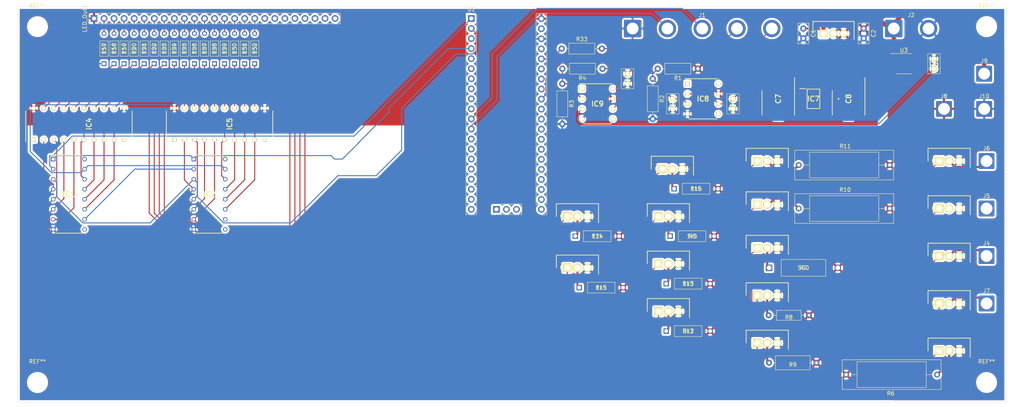
<source format=kicad_pcb>
(kicad_pcb (version 20171130) (host pcbnew "(5.1.12)-1")
  (layers (0 F.Cu signal) (31 B.Cu signal) (34 B.Paste user) (35 F.Paste user) (36 B.SilkS user) (37 F.SilkS user) (38 B.Mask user) (39 F.Mask user) (44 Edge.Cuts user))
  (net 0 "")
  (net 1 GND)
  (net 2 +24V)
  (net 3 +5V)
  (net 4 "Net-(C3-Pad1)")
  (net 5 "Net-(C4-Pad1)")
  (net 6 "Net-(C5-Pad1)")
  (net 7 CurrentDetect)
  (net 8 "Net-(C7-Pad2)")
  (net 9 "Net-(C7-Pad1)")
  (net 10 "Net-(C8-Pad2)")
  (net 11 /Heater)
  (net 12 /TV)
  (net 13 /Fridge)
  (net 14 "Net-(IC1-Pad10)")
  (net 15 "Net-(IC1-Pad9)")
  (net 16 /Stereo)
  (net 17 Clock)
  (net 18 Data)
  (net 19 Strobe)
  (net 20 /Oven)
  (net 21 /Toaster)
  (net 22 /Jug)
  (net 23 "Net-(IC2-Pad9)")
  (net 24 "Net-(IC2-Pad10)")
  (net 25 /LED1)
  (net 26 /LED2)
  (net 27 /LED3)
  (net 28 /LED4)
  (net 29 /LED5)
  (net 30 /LED6)
  (net 31 /LED7)
  (net 32 /LED8)
  (net 33 "Net-(IC4-Pad10)")
  (net 34 "Net-(IC4-Pad1)")
  (net 35 "Net-(IC5-Pad1)")
  (net 36 "Net-(IC5-Pad10)")
  (net 37 /LED16)
  (net 38 /LED15)
  (net 39 /LED14)
  (net 40 /LED13)
  (net 41 /LED12)
  (net 42 /LED11)
  (net 43 /LED10)
  (net 44 /LED9)
  (net 45 "Net-(IC7-Pad1)")
  (net 46 "Net-(IC7-Pad7)")
  (net 47 "Net-(IC8-Pad1)")
  (net 48 "Net-(IC8-Pad5)")
  (net 49 "Net-(IC8-Pad8)")
  (net 50 "Net-(IC9-Pad8)")
  (net 51 "Net-(IC9-Pad5)")
  (net 52 "Net-(IC9-Pad2)")
  (net 53 "Net-(IC9-Pad1)")
  (net 54 SwitchSignal)
  (net 55 UART_TX)
  (net 56 UART_RX)
  (net 57 "Net-(J4-Pad1)")
  (net 58 "Net-(J5-Pad1)")
  (net 59 "Net-(J6-Pad1)")
  (net 60 "Net-(J7-Pad1)")
  (net 61 "Net-(LED_Out1-Pad2)")
  (net 62 "Net-(LED_Out1-Pad3)")
  (net 63 "Net-(LED_Out1-Pad4)")
  (net 64 "Net-(LED_Out1-Pad5)")
  (net 65 "Net-(LED_Out1-Pad6)")
  (net 66 "Net-(LED_Out1-Pad7)")
  (net 67 "Net-(LED_Out1-Pad8)")
  (net 68 "Net-(LED_Out1-Pad9)")
  (net 69 "Net-(LED_Out1-Pad10)")
  (net 70 "Net-(LED_Out1-Pad11)")
  (net 71 "Net-(LED_Out1-Pad12)")
  (net 72 "Net-(LED_Out1-Pad13)")
  (net 73 "Net-(LED_Out1-Pad14)")
  (net 74 "Net-(LED_Out1-Pad15)")
  (net 75 "Net-(LED_Out1-Pad16)")
  (net 76 "Net-(LED_Out1-Pad17)")
  (net 77 "Net-(LED_Out1-Pad18)")
  (net 78 "Net-(LED_Out1-Pad19)")
  (net 79 "Net-(LED_Out1-Pad20)")
  (net 80 "Net-(LED_Out1-Pad21)")
  (net 81 "Net-(LED_Out1-Pad22)")
  (net 82 "Net-(LED_Out1-Pad23)")
  (net 83 "Net-(LED_Out1-Pad24)")
  (net 84 "Net-(U1-Pad21)")
  (net 85 "Net-(U1-Pad3)")
  (net 86 "Net-(U1-Pad5)")
  (net 87 "Net-(U1-Pad6)")
  (net 88 "Net-(U1-Pad7)")
  (net 89 "Net-(U1-Pad8)")
  (net 90 "Net-(U1-Pad9)")
  (net 91 "Net-(U1-Pad10)")
  (net 92 "Net-(U1-Pad13)")
  (net 93 "Net-(U1-Pad14)")
  (net 94 "Net-(U1-Pad15)")
  (net 95 "Net-(U1-Pad16)")
  (net 96 "Net-(U1-Pad17)")
  (net 97 "Net-(U1-Pad18)")
  (net 98 "Net-(U1-Pad19)")
  (net 99 "Net-(U1-Pad20)")
  (net 100 "Net-(U1-Pad39)")
  (net 101 "Net-(U1-Pad37)")
  (net 102 "Net-(U1-Pad35)")
  (net 103 "Net-(U1-Pad34)")
  (net 104 "Net-(U1-Pad33)")
  (net 105 "Net-(U1-Pad31)")
  (net 106 "Net-(U1-Pad30)")
  (net 107 "Net-(U1-Pad29)")
  (net 108 "Net-(U1-Pad28)")
  (net 109 "Net-(U1-Pad27)")
  (net 110 "Net-(U1-Pad26)")
  (net 111 "Net-(U1-Pad25)")
  (net 112 "Net-(U1-Pad24)")
  (net 113 "Net-(U1-Pad23)")
  (net 114 "Net-(U1-Pad22)")
  (net 115 "Net-(U1-Pad41)")
  (net 116 "Net-(U1-Pad43)")
  (net 117 "Net-(U1-Pad42)")
  (net 118 "Net-(U3-Pad6)")
  (net 119 24V)
  (net 120 "Net-(Q1-Pad2)")
  (net 121 "Net-(Q2-Pad2)")
  (net 122 "Net-(Q3-Pad2)")
  (net 123 "Net-(Q4-Pad2)")
  (net 124 "Net-(Q5-Pad2)")
  (net 125 "Net-(Q6-Pad2)")
  (net 126 "Net-(Q7-Pad2)")
  (net 127 "Net-(Q8-Pad2)")
  (net 128 "Net-(Q9-Pad2)")
  (net 129 "Net-(Q10-Pad2)")
  (net 130 "Net-(Q11-Pad2)")
  (net 131 "Net-(Q12-Pad2)")
  (net 132 /light_kitchen)
  (net 133 /light_bed)
  (net 134 /Water_heater)
  (net 135 /lamp_lounge)
  (net 136 /light_bath)
  (net 137 /laptop_chg)
  (net 138 /lamp_bed)
  (net 139 /light_lounge)
  (net 140 /Phone_chg)
  (net 141 "Net-(LED_Out1-Pad25)")
  (net 142 "Net-(R33-Pad1)")
  (module LR1:LR1F1K5 (layer F.Cu) (at 201 71)
    (fp_text reference R16 (at 5.55117 0) (layer F.SilkS))
    (fp_text value 1k5 (at 5.55117 0) (layer F.SilkS))
    (fp_text user * (at 0 0) (layer F.SilkS))
    (pad 2 thru_hole circle (at 11.10234 0) (size 1.397 1.397) (drill 0.889) (layers *.Cu *.Mask) (net 119 24V))
    (pad 1 thru_hole rect (at 0 0) (size 1.397 1.397) (drill 0.889) (layers *.Cu *.Mask) (net 131 "Net-(Q12-Pad2)"))
  )
  (module LR1:LR1F1K5 (layer F.Cu) (at 177 96)
    (fp_text reference R15 (at 5.55117 0) (layer F.SilkS))
    (fp_text value 1k5 (at 5.55117 0) (layer F.SilkS))
    (fp_text user * (at 0 0) (layer F.SilkS))
    (pad 2 thru_hole circle (at 11.10234 0) (size 1.397 1.397) (drill 0.889) (layers *.Cu *.Mask) (net 119 24V))
    (pad 1 thru_hole rect (at 0 0) (size 1.397 1.397) (drill 0.889) (layers *.Cu *.Mask) (net 130 "Net-(Q11-Pad2)"))
  )
  (module LR1:LR1F1K5 (layer F.Cu) (at 176 83)
    (fp_text reference R14 (at 5.55117 0) (layer F.SilkS))
    (fp_text value 12k (at 5.55117 0) (layer F.SilkS))
    (fp_text user * (at 0 0) (layer F.SilkS))
    (pad 2 thru_hole circle (at 11.10234 0) (size 1.397 1.397) (drill 0.889) (layers *.Cu *.Mask) (net 119 24V))
    (pad 1 thru_hole rect (at 0 0) (size 1.397 1.397) (drill 0.889) (layers *.Cu *.Mask) (net 129 "Net-(Q10-Pad2)"))
  )
  (module LR1:LR1F1K5 (layer F.Cu) (at 199 95)
    (fp_text reference R13 (at 5.55117 0) (layer F.SilkS))
    (fp_text value 1k5 (at 5.55117 0) (layer F.SilkS))
    (fp_text user * (at 0 0) (layer F.SilkS))
    (pad 2 thru_hole circle (at 11.10234 0) (size 1.397 1.397) (drill 0.889) (layers *.Cu *.Mask) (net 119 24V))
    (pad 1 thru_hole rect (at 0 0) (size 1.397 1.397) (drill 0.889) (layers *.Cu *.Mask) (net 128 "Net-(Q9-Pad2)"))
  )
  (module 3k3R:LR1F3K3 (layer F.Cu) (at 199 107)
    (fp_text reference R12 (at 5.55117 0) (layer F.SilkS))
    (fp_text value 3k3 (at 5.55117 0) (layer F.SilkS))
    (fp_text user * (at 0 0) (layer F.SilkS))
    (pad 2 thru_hole circle (at 11.10234 0) (size 1.397 1.397) (drill 0.889) (layers *.Cu *.Mask) (net 119 24V))
    (pad 1 thru_hole rect (at 0 0) (size 1.397 1.397) (drill 0.889) (layers *.Cu *.Mask) (net 127 "Net-(Q8-Pad2)"))
  )
  (module ROX5SS:ROX5SS (layer F.Cu) (at 244 65)
    (fp_text reference R11 (at 0.25 -4.75) (layer F.SilkS))
    (fp_text value 390)
    (pad 2 thru_hole circle (at 11.5 0) (size 1.524 1.524) (drill 0.8) (layers *.Cu *.Mask) (net 119 24V))
    (pad 1 thru_hole circle (at -11.5 0) (size 1.524 1.524) (drill 0.8) (layers *.Cu *.Mask) (net 126 "Net-(Q7-Pad2)"))
  )
  (module ROX5SS:ROX5SS (layer F.Cu) (at 244 76)
    (fp_text reference R10 (at 0.25 -4.75) (layer F.SilkS))
    (fp_text value 390)
    (pad 2 thru_hole circle (at 11.5 0) (size 1.524 1.524) (drill 0.8) (layers *.Cu *.Mask) (net 119 24V))
    (pad 1 thru_hole circle (at -11.5 0) (size 1.524 1.524) (drill 0.8) (layers *.Cu *.Mask) (net 125 "Net-(Q6-Pad2)"))
  )
  (module 1K_load:1K_load (layer F.Cu) (at 231 115)
    (fp_text reference R9 (at 0 0.5) (layer F.SilkS))
    (fp_text value 1k)
    (pad 2 thru_hole circle (at 6 0) (size 1.524 1.524) (drill 0.7) (layers *.Cu *.Mask) (net 119 24V))
    (pad 1 thru_hole circle (at -6 0) (size 1.524 1.524) (drill 0.7) (layers *.Cu *.Mask) (net 124 "Net-(Q5-Pad2)"))
  )
  (module MFP1:MFP1_res (layer F.Cu) (at 230 103)
    (fp_text reference R8 (at 0 0.5) (layer F.SilkS))
    (fp_text value 820)
    (pad 2 thru_hole circle (at 5.1 0) (size 1.524 1.524) (drill 0.65) (layers *.Cu *.Mask) (net 119 24V))
    (pad 1 thru_hole circle (at -5.1 0) (size 1.524 1.524) (drill 0.65) (layers *.Cu *.Mask) (net 123 "Net-(Q4-Pad2)"))
  )
  (module 560R:ROX2SJ560R (layer F.Cu) (at 225 91)
    (fp_text reference R7 (at 8.70077 0) (layer F.SilkS))
    (fp_text value 560 (at 8.70077 0) (layer F.SilkS))
    (fp_text user * (at 0 0) (layer F.SilkS))
    (pad 2 thru_hole circle (at 17.401539 0) (size 1.651 1.651) (drill 1.143) (layers *.Cu *.Mask) (net 119 24V))
    (pad 1 thru_hole rect (at 0 0) (size 1.651 1.651) (drill 1.143) (layers *.Cu *.Mask) (net 122 "Net-(Q3-Pad2)"))
  )
  (module ROX5SS:ROX5SS (layer F.Cu) (at 256 118 180)
    (fp_text reference R6 (at 0.25 -4.75) (layer F.SilkS))
    (fp_text value 180)
    (pad 2 thru_hole circle (at 11.5 0 180) (size 1.524 1.524) (drill 0.8) (layers *.Cu *.Mask) (net 119 24V))
    (pad 1 thru_hole circle (at -11.5 0 180) (size 1.524 1.524) (drill 0.8) (layers *.Cu *.Mask) (net 121 "Net-(Q2-Pad2)"))
  )
  (module LR1:LR1F1K5 (layer F.Cu) (at 200 83)
    (fp_text reference R5 (at 5.55117 0) (layer F.SilkS))
    (fp_text value 1k5 (at 5.55117 0) (layer F.SilkS))
    (fp_text user * (at 0 0) (layer F.SilkS))
    (pad 2 thru_hole circle (at 11.10234 0) (size 1.397 1.397) (drill 0.889) (layers *.Cu *.Mask) (net 119 24V))
    (pad 1 thru_hole rect (at 0 0) (size 1.397 1.397) (drill 0.889) (layers *.Cu *.Mask) (net 120 "Net-(Q1-Pad2)"))
  )
  (module IRLB8721PBF:TO254P483X1016X1994-3P (layer F.Cu) (at 268 100)
    (fp_text reference Q16 (at 0 0) (layer F.SilkS) (effects (font (size 1.27 1.27) (thickness 0.254))))
    (fp_text value IRLB8721PBF hide)
    (pad 3 thru_hole circle (at 5.08 0 90) (size 2.07 2.07) (drill 1.38) (layers *.Cu *.Mask F.SilkS) (net 1 GND))
    (pad 2 thru_hole circle (at 2.54 0 90) (size 2.07 2.07) (drill 1.38) (layers *.Cu *.Mask F.SilkS) (net 60 "Net-(J7-Pad1)"))
    (pad 1 thru_hole rect (at 0 0 90) (size 2.07 2.07) (drill 1.38) (layers *.Cu *.Mask F.SilkS) (net 21 /Toaster))
  )
  (module IRLB8721PBF:TO254P483X1016X1994-3P (layer F.Cu) (at 268 64)
    (fp_text reference Q15 (at 0 0) (layer F.SilkS) (effects (font (size 1.27 1.27) (thickness 0.254))))
    (fp_text value IRLB8721PBF hide)
    (pad 3 thru_hole circle (at 5.08 0 90) (size 2.07 2.07) (drill 1.38) (layers *.Cu *.Mask F.SilkS) (net 1 GND))
    (pad 2 thru_hole circle (at 2.54 0 90) (size 2.07 2.07) (drill 1.38) (layers *.Cu *.Mask F.SilkS) (net 59 "Net-(J6-Pad1)"))
    (pad 1 thru_hole rect (at 0 0 90) (size 2.07 2.07) (drill 1.38) (layers *.Cu *.Mask F.SilkS) (net 11 /Heater))
  )
  (module IRLB8721PBF:TO254P483X1016X1994-3P (layer F.Cu) (at 268 76)
    (fp_text reference Q14 (at 0 0) (layer F.SilkS) (effects (font (size 1.27 1.27) (thickness 0.254))))
    (fp_text value IRLB8721PBF hide)
    (pad 3 thru_hole circle (at 5.08 0 90) (size 2.07 2.07) (drill 1.38) (layers *.Cu *.Mask F.SilkS) (net 1 GND))
    (pad 2 thru_hole circle (at 2.54 0 90) (size 2.07 2.07) (drill 1.38) (layers *.Cu *.Mask F.SilkS) (net 58 "Net-(J5-Pad1)"))
    (pad 1 thru_hole rect (at 0 0 90) (size 2.07 2.07) (drill 1.38) (layers *.Cu *.Mask F.SilkS) (net 134 /Water_heater))
  )
  (module IRLB8721PBF:TO254P483X1016X1994-3P (layer F.Cu) (at 268 88)
    (fp_text reference Q13 (at 0 0) (layer F.SilkS) (effects (font (size 1.27 1.27) (thickness 0.254))))
    (fp_text value IRLB8721PBF hide)
    (pad 3 thru_hole circle (at 5.08 0 90) (size 2.07 2.07) (drill 1.38) (layers *.Cu *.Mask F.SilkS) (net 1 GND))
    (pad 2 thru_hole circle (at 2.54 0 90) (size 2.07 2.07) (drill 1.38) (layers *.Cu *.Mask F.SilkS) (net 57 "Net-(J4-Pad1)"))
    (pad 1 thru_hole rect (at 0 0 90) (size 2.07 2.07) (drill 1.38) (layers *.Cu *.Mask F.SilkS) (net 22 /Jug))
  )
  (module IRLB8721PBF:TO254P483X1016X1994-3P (layer F.Cu) (at 198 66)
    (fp_text reference Q12 (at 0 0) (layer F.SilkS) (effects (font (size 1.27 1.27) (thickness 0.254))))
    (fp_text value IRLB8721PBF hide)
    (pad 3 thru_hole circle (at 5.08 0 90) (size 2.07 2.07) (drill 1.38) (layers *.Cu *.Mask F.SilkS) (net 1 GND))
    (pad 2 thru_hole circle (at 2.54 0 90) (size 2.07 2.07) (drill 1.38) (layers *.Cu *.Mask F.SilkS) (net 131 "Net-(Q12-Pad2)"))
    (pad 1 thru_hole rect (at 0 0 90) (size 2.07 2.07) (drill 1.38) (layers *.Cu *.Mask F.SilkS) (net 138 /lamp_bed))
  )
  (module IRLB8721PBF:TO254P483X1016X1994-3P (layer F.Cu) (at 174 91)
    (fp_text reference Q11 (at 0 0) (layer F.SilkS) (effects (font (size 1.27 1.27) (thickness 0.254))))
    (fp_text value IRLB8721PBF hide)
    (pad 3 thru_hole circle (at 5.08 0 90) (size 2.07 2.07) (drill 1.38) (layers *.Cu *.Mask F.SilkS) (net 1 GND))
    (pad 2 thru_hole circle (at 2.54 0 90) (size 2.07 2.07) (drill 1.38) (layers *.Cu *.Mask F.SilkS) (net 130 "Net-(Q11-Pad2)"))
    (pad 1 thru_hole rect (at 0 0 90) (size 2.07 2.07) (drill 1.38) (layers *.Cu *.Mask F.SilkS) (net 139 /light_lounge))
  )
  (module IRLB8721PBF:TO254P483X1016X1994-3P (layer F.Cu) (at 174 78)
    (fp_text reference Q10 (at 0 0) (layer F.SilkS) (effects (font (size 1.27 1.27) (thickness 0.254))))
    (fp_text value IRLB8721PBF hide)
    (pad 3 thru_hole circle (at 5.08 0 90) (size 2.07 2.07) (drill 1.38) (layers *.Cu *.Mask F.SilkS) (net 1 GND))
    (pad 2 thru_hole circle (at 2.54 0 90) (size 2.07 2.07) (drill 1.38) (layers *.Cu *.Mask F.SilkS) (net 129 "Net-(Q10-Pad2)"))
    (pad 1 thru_hole rect (at 0 0 90) (size 2.07 2.07) (drill 1.38) (layers *.Cu *.Mask F.SilkS) (net 140 /Phone_chg))
  )
  (module IRLB8721PBF:TO254P483X1016X1994-3P (layer F.Cu) (at 197 90)
    (fp_text reference Q9 (at 0 0) (layer F.SilkS) (effects (font (size 1.27 1.27) (thickness 0.254))))
    (fp_text value IRLB8721PBF hide)
    (pad 3 thru_hole circle (at 5.08 0 90) (size 2.07 2.07) (drill 1.38) (layers *.Cu *.Mask F.SilkS) (net 1 GND))
    (pad 2 thru_hole circle (at 2.54 0 90) (size 2.07 2.07) (drill 1.38) (layers *.Cu *.Mask F.SilkS) (net 128 "Net-(Q9-Pad2)"))
    (pad 1 thru_hole rect (at 0 0 90) (size 2.07 2.07) (drill 1.38) (layers *.Cu *.Mask F.SilkS) (net 136 /light_bath))
  )
  (module IRLB8721PBF:TO254P483X1016X1994-3P (layer F.Cu) (at 197 102)
    (fp_text reference Q8 (at 0 0) (layer F.SilkS) (effects (font (size 1.27 1.27) (thickness 0.254))))
    (fp_text value IRLB8721PBF hide)
    (pad 3 thru_hole circle (at 5.08 0 90) (size 2.07 2.07) (drill 1.38) (layers *.Cu *.Mask F.SilkS) (net 1 GND))
    (pad 2 thru_hole circle (at 2.54 0 90) (size 2.07 2.07) (drill 1.38) (layers *.Cu *.Mask F.SilkS) (net 127 "Net-(Q8-Pad2)"))
    (pad 1 thru_hole rect (at 0 0 90) (size 2.07 2.07) (drill 1.38) (layers *.Cu *.Mask F.SilkS) (net 135 /lamp_lounge))
  )
  (module IRLB8721PBF:TO254P483X1016X1994-3P (layer F.Cu) (at 222 64)
    (fp_text reference Q7 (at 0 0) (layer F.SilkS) (effects (font (size 1.27 1.27) (thickness 0.254))))
    (fp_text value IRLB8721PBF hide)
    (pad 3 thru_hole circle (at 5.08 0 90) (size 2.07 2.07) (drill 1.38) (layers *.Cu *.Mask F.SilkS) (net 1 GND))
    (pad 2 thru_hole circle (at 2.54 0 90) (size 2.07 2.07) (drill 1.38) (layers *.Cu *.Mask F.SilkS) (net 126 "Net-(Q7-Pad2)"))
    (pad 1 thru_hole rect (at 0 0 90) (size 2.07 2.07) (drill 1.38) (layers *.Cu *.Mask F.SilkS) (net 20 /Oven))
  )
  (module IRLB8721PBF:TO254P483X1016X1994-3P (layer F.Cu) (at 222 75)
    (fp_text reference Q6 (at 0 0) (layer F.SilkS) (effects (font (size 1.27 1.27) (thickness 0.254))))
    (fp_text value IRLB8721PBF hide)
    (pad 3 thru_hole circle (at 5.08 0 90) (size 2.07 2.07) (drill 1.38) (layers *.Cu *.Mask F.SilkS) (net 1 GND))
    (pad 2 thru_hole circle (at 2.54 0 90) (size 2.07 2.07) (drill 1.38) (layers *.Cu *.Mask F.SilkS) (net 125 "Net-(Q6-Pad2)"))
    (pad 1 thru_hole rect (at 0 0 90) (size 2.07 2.07) (drill 1.38) (layers *.Cu *.Mask F.SilkS) (net 13 /Fridge))
  )
  (module IRLB8721PBF:TO254P483X1016X1994-3P (layer F.Cu) (at 222 110)
    (fp_text reference Q5 (at 0 0) (layer F.SilkS) (effects (font (size 1.27 1.27) (thickness 0.254))))
    (fp_text value IRLB8721PBF hide)
    (pad 3 thru_hole circle (at 5.08 0 90) (size 2.07 2.07) (drill 1.38) (layers *.Cu *.Mask F.SilkS) (net 1 GND))
    (pad 2 thru_hole circle (at 2.54 0 90) (size 2.07 2.07) (drill 1.38) (layers *.Cu *.Mask F.SilkS) (net 124 "Net-(Q5-Pad2)"))
    (pad 1 thru_hole rect (at 0 0 90) (size 2.07 2.07) (drill 1.38) (layers *.Cu *.Mask F.SilkS) (net 133 /light_bed))
  )
  (module IRLB8721PBF:TO254P483X1016X1994-3P (layer F.Cu) (at 222 98)
    (fp_text reference Q4 (at 0 0) (layer F.SilkS) (effects (font (size 1.27 1.27) (thickness 0.254))))
    (fp_text value IRLB8721PBF hide)
    (pad 3 thru_hole circle (at 5.08 0 90) (size 2.07 2.07) (drill 1.38) (layers *.Cu *.Mask F.SilkS) (net 1 GND))
    (pad 2 thru_hole circle (at 2.54 0 90) (size 2.07 2.07) (drill 1.38) (layers *.Cu *.Mask F.SilkS) (net 123 "Net-(Q4-Pad2)"))
    (pad 1 thru_hole rect (at 0 0 90) (size 2.07 2.07) (drill 1.38) (layers *.Cu *.Mask F.SilkS) (net 132 /light_kitchen))
  )
  (module IRLB8721PBF:TO254P483X1016X1994-3P (layer F.Cu) (at 222 86)
    (fp_text reference Q3 (at 0 0) (layer F.SilkS) (effects (font (size 1.27 1.27) (thickness 0.254))))
    (fp_text value IRLB8721PBF hide)
    (pad 3 thru_hole circle (at 5.08 0 90) (size 2.07 2.07) (drill 1.38) (layers *.Cu *.Mask F.SilkS) (net 1 GND))
    (pad 2 thru_hole circle (at 2.54 0 90) (size 2.07 2.07) (drill 1.38) (layers *.Cu *.Mask F.SilkS) (net 122 "Net-(Q3-Pad2)"))
    (pad 1 thru_hole rect (at 0 0 90) (size 2.07 2.07) (drill 1.38) (layers *.Cu *.Mask F.SilkS) (net 16 /Stereo))
  )
  (module IRLB8721PBF:TO254P483X1016X1994-3P (layer F.Cu) (at 268 112)
    (fp_text reference Q2 (at 0 0) (layer F.SilkS) (effects (font (size 1.27 1.27) (thickness 0.254))))
    (fp_text value IRLB8721PBF hide)
    (pad 3 thru_hole circle (at 5.08 0 90) (size 2.07 2.07) (drill 1.38) (layers *.Cu *.Mask F.SilkS) (net 1 GND))
    (pad 2 thru_hole circle (at 2.54 0 90) (size 2.07 2.07) (drill 1.38) (layers *.Cu *.Mask F.SilkS) (net 121 "Net-(Q2-Pad2)"))
    (pad 1 thru_hole rect (at 0 0 90) (size 2.07 2.07) (drill 1.38) (layers *.Cu *.Mask F.SilkS) (net 12 /TV))
  )
  (module IRLB8721PBF:TO254P483X1016X1994-3P (layer F.Cu) (at 197 78)
    (fp_text reference Q1 (at 0 0) (layer F.SilkS) (effects (font (size 1.27 1.27) (thickness 0.254))))
    (fp_text value IRLB8721PBF hide)
    (pad 3 thru_hole circle (at 5.08 0 90) (size 2.07 2.07) (drill 1.38) (layers *.Cu *.Mask F.SilkS) (net 1 GND))
    (pad 2 thru_hole circle (at 2.54 0 90) (size 2.07 2.07) (drill 1.38) (layers *.Cu *.Mask F.SilkS) (net 120 "Net-(Q1-Pad2)"))
    (pad 1 thru_hole rect (at 0 0 90) (size 2.07 2.07) (drill 1.38) (layers *.Cu *.Mask F.SilkS) (net 137 /laptop_chg))
  )
  (module Connector_Wire:SolderWire-2.5sqmm_1x01_D2.4mm_OD3.6mm (layer F.Cu) (at 280 100)
    (fp_text reference J7 (at 0 -3.2) (layer F.SilkS))
    (fp_text value From_toaster)
    (pad 1 thru_hole roundrect (at 0 0) (size 4 4) (drill 3) (layers *.Cu *.Mask) (roundrect_rratio 0.0625) (net 60 "Net-(J7-Pad1)"))
  )
  (module Connector_Wire:SolderWire-2.5sqmm_1x01_D2.4mm_OD3.6mm (layer F.Cu) (at 280 64)
    (fp_text reference J6 (at 0 -3.2) (layer F.SilkS))
    (fp_text value From_heater)
    (pad 1 thru_hole roundrect (at 0 0) (size 4 4) (drill 3) (layers *.Cu *.Mask) (roundrect_rratio 0.0625) (net 59 "Net-(J6-Pad1)"))
  )
  (module Connector_Wire:SolderWire-2.5sqmm_1x01_D2.4mm_OD3.6mm (layer F.Cu) (at 280 76)
    (fp_text reference J5 (at 0 -3.2) (layer F.SilkS))
    (fp_text value From_WH)
    (pad 1 thru_hole roundrect (at 0 0) (size 4 4) (drill 3) (layers *.Cu *.Mask) (roundrect_rratio 0.0625) (net 58 "Net-(J5-Pad1)"))
  )
  (module Connector_Wire:SolderWire-2.5sqmm_1x01_D2.4mm_OD3.6mm (layer F.Cu) (at 280 88)
    (fp_text reference J4 (at 0 -3.2) (layer F.SilkS))
    (fp_text value From_jug)
    (pad 1 thru_hole roundrect (at 0 0) (size 4 4) (drill 3) (layers *.Cu *.Mask) (roundrect_rratio 0.0625) (net 57 "Net-(J4-Pad1)"))
  )
  (module Connector_Wire:SolderWire-2.5sqmm_1x01_D2.4mm_OD3.6mm (layer F.Cu) (at 279.4 50.8)
    (fp_text reference J10 (at 0 -3.2) (layer F.SilkS))
    (fp_text value Fan-)
    (pad 1 thru_hole roundrect (at 0 0) (size 4 4) (drill 3) (layers *.Cu *.Mask) (roundrect_rratio 0.0625) (net 1 GND))
  )
  (module Connector_Wire:SolderWire-2.5sqmm_1x01_D2.4mm_OD3.6mm (layer F.Cu) (at 279.4 41.91)
    (fp_text reference J9 (at 0 -3.2) (layer F.SilkS))
    (fp_text value Fan+)
    (pad 1 thru_hole roundrect (at 0 0) (size 4 4) (drill 3) (layers *.Cu *.Mask) (roundrect_rratio 0.0625) (net 2 +24V))
  )
  (module Connector_Wire:SolderWire-2.5sqmm_1x01_D2.4mm_OD3.6mm (layer F.Cu) (at 269.24 50.8)
    (fp_text reference J8 (at 0 -3.2) (layer F.SilkS))
    (fp_text value 24V_to_chassis)
    (pad 1 thru_hole roundrect (at 0 0) (size 4 4) (drill 3) (layers *.Cu *.Mask) (roundrect_rratio 0.0625) (net 119 24V))
  )
  (module Connector_Wire:SolderWire-2.5sqmm_1x05_P8.8mm_D2.4mm_OD4.4mm (layer F.Cu) (at 190.5 30.48)
    (fp_text reference J1 (at 17.6 -3.4) (layer F.SilkS))
    (fp_text value Conn_01x05_Female)
    (pad 1 thru_hole roundrect (at 0 0) (size 4.4 4.4) (drill 3) (layers *.Cu *.Mask) (roundrect_rratio 0.05681795454545455) (net 1 GND))
    (pad 2 thru_hole circle (at 8.8 0) (size 4.4 4.4) (drill 3) (layers *.Cu *.Mask) (net 56 UART_RX))
    (pad 3 thru_hole circle (at 17.6 0) (size 4.4 4.4) (drill 3) (layers *.Cu *.Mask) (net 55 UART_TX))
    (pad 4 thru_hole circle (at 26.4 0) (size 4.4 4.4) (drill 3) (layers *.Cu *.Mask) (net 54 SwitchSignal))
    (pad 5 thru_hole circle (at 35.2 0) (size 4.4 4.4) (drill 3) (layers *.Cu *.Mask) (net 7 CurrentDetect))
  )
  (module Resistor_THT:R_Axial_DIN0207_L6.3mm_D2.5mm_P10.16mm_Horizontal (layer F.Cu) (at 172.56 35.56)
    (fp_text reference R33 (at 5.08 -2.37) (layer F.SilkS))
    (fp_text value 10k)
    (pad 1 thru_hole circle (at 0 0) (size 1.6 1.6) (drill 0.8) (layers *.Cu *.Mask) (net 142 "Net-(R33-Pad1)"))
    (pad 2 thru_hole oval (at 10.16 0) (size 1.6 1.6) (drill 0.8) (layers *.Cu *.Mask) (net 54 SwitchSignal))
  )
  (module PiPico:PinHeader_2x20_P2.54mm_PICO (layer F.Cu) (at 149.7 27.94)
    (fp_text reference U1 (at 0 -2.33) (layer F.SilkS))
    (fp_text value Pico-PICO_RP2040)
    (pad 21 thru_hole oval (at 17.72 48.26 180) (size 1.7 1.7) (drill 1) (layers *.Cu *.Mask) (net 84 "Net-(U1-Pad21)"))
    (pad 1 thru_hole rect (at 0 0) (size 1.7 1.7) (drill 1) (layers *.Cu *.Mask) (net 18 Data))
    (pad 2 thru_hole oval (at 0 2.54) (size 1.7 1.7) (drill 1) (layers *.Cu *.Mask) (net 17 Clock))
    (pad 3 thru_hole oval (at 0 5.08) (size 1.7 1.7) (drill 1) (layers *.Cu *.Mask) (net 85 "Net-(U1-Pad3)"))
    (pad 4 thru_hole oval (at 0 7.62) (size 1.7 1.7) (drill 1) (layers *.Cu *.Mask) (net 19 Strobe))
    (pad 5 thru_hole oval (at 0 10.16) (size 1.7 1.7) (drill 1) (layers *.Cu *.Mask) (net 86 "Net-(U1-Pad5)"))
    (pad 6 thru_hole oval (at 0 12.7) (size 1.7 1.7) (drill 1) (layers *.Cu *.Mask) (net 87 "Net-(U1-Pad6)"))
    (pad 7 thru_hole oval (at 0 15.24) (size 1.7 1.7) (drill 1) (layers *.Cu *.Mask) (net 88 "Net-(U1-Pad7)"))
    (pad 8 thru_hole oval (at 0 17.78) (size 1.7 1.7) (drill 1) (layers *.Cu *.Mask) (net 89 "Net-(U1-Pad8)"))
    (pad 9 thru_hole oval (at 0 20.32) (size 1.7 1.7) (drill 1) (layers *.Cu *.Mask) (net 90 "Net-(U1-Pad9)"))
    (pad 10 thru_hole oval (at 0 22.86) (size 1.7 1.7) (drill 1) (layers *.Cu *.Mask) (net 91 "Net-(U1-Pad10)"))
    (pad 11 thru_hole oval (at 0 25.4) (size 1.7 1.7) (drill 1) (layers *.Cu *.Mask) (net 55 UART_TX))
    (pad 12 thru_hole oval (at 0 27.94) (size 1.7 1.7) (drill 1) (layers *.Cu *.Mask) (net 56 UART_RX))
    (pad 13 thru_hole oval (at 0 30.48) (size 1.7 1.7) (drill 1) (layers *.Cu *.Mask) (net 92 "Net-(U1-Pad13)"))
    (pad 14 thru_hole oval (at 0 33.02) (size 1.7 1.7) (drill 1) (layers *.Cu *.Mask) (net 93 "Net-(U1-Pad14)"))
    (pad 15 thru_hole oval (at 0 35.56) (size 1.7 1.7) (drill 1) (layers *.Cu *.Mask) (net 94 "Net-(U1-Pad15)"))
    (pad 16 thru_hole oval (at 0 38.1) (size 1.7 1.7) (drill 1) (layers *.Cu *.Mask) (net 95 "Net-(U1-Pad16)"))
    (pad 17 thru_hole oval (at 0 40.64) (size 1.7 1.7) (drill 1) (layers *.Cu *.Mask) (net 96 "Net-(U1-Pad17)"))
    (pad 18 thru_hole oval (at 0 43.18) (size 1.7 1.7) (drill 1) (layers *.Cu *.Mask) (net 97 "Net-(U1-Pad18)"))
    (pad 19 thru_hole oval (at 0 45.72) (size 1.7 1.7) (drill 1) (layers *.Cu *.Mask) (net 98 "Net-(U1-Pad19)"))
    (pad 20 thru_hole oval (at 0 48.26) (size 1.7 1.7) (drill 1) (layers *.Cu *.Mask) (net 99 "Net-(U1-Pad20)"))
    (pad 40 thru_hole oval (at 17.72 0.06 270) (size 1.7 1.7) (drill 1) (layers *.Cu *.Mask) (net 3 +5V))
    (pad 39 thru_hole oval (at 17.72 2.6 180) (size 1.7 1.7) (drill 1) (layers *.Cu *.Mask) (net 100 "Net-(U1-Pad39)"))
    (pad 38 thru_hole oval (at 17.72 5.14 180) (size 1.7 1.7) (drill 1) (layers *.Cu *.Mask) (net 1 GND))
    (pad 37 thru_hole oval (at 17.72 7.68 180) (size 1.7 1.7) (drill 1) (layers *.Cu *.Mask) (net 101 "Net-(U1-Pad37)"))
    (pad 36 thru_hole oval (at 17.72 10.22 180) (size 1.7 1.7) (drill 1) (layers *.Cu *.Mask) (net 142 "Net-(R33-Pad1)"))
    (pad 35 thru_hole oval (at 17.72 12.76 180) (size 1.7 1.7) (drill 1) (layers *.Cu *.Mask) (net 102 "Net-(U1-Pad35)"))
    (pad 34 thru_hole oval (at 17.72 15.3 180) (size 1.7 1.7) (drill 1) (layers *.Cu *.Mask) (net 103 "Net-(U1-Pad34)"))
    (pad 33 thru_hole oval (at 17.72 17.84 180) (size 1.7 1.7) (drill 1) (layers *.Cu *.Mask) (net 104 "Net-(U1-Pad33)"))
    (pad 32 thru_hole oval (at 17.72 20.38 180) (size 1.7 1.7) (drill 1) (layers *.Cu *.Mask) (net 54 SwitchSignal))
    (pad 31 thru_hole oval (at 17.72 22.92 180) (size 1.7 1.7) (drill 1) (layers *.Cu *.Mask) (net 105 "Net-(U1-Pad31)"))
    (pad 30 thru_hole oval (at 17.72 25.46 180) (size 1.7 1.7) (drill 1) (layers *.Cu *.Mask) (net 106 "Net-(U1-Pad30)"))
    (pad 29 thru_hole oval (at 17.72 28 180) (size 1.7 1.7) (drill 1) (layers *.Cu *.Mask) (net 107 "Net-(U1-Pad29)"))
    (pad 28 thru_hole oval (at 17.72 30.54 180) (size 1.7 1.7) (drill 1) (layers *.Cu *.Mask) (net 108 "Net-(U1-Pad28)"))
    (pad 27 thru_hole oval (at 17.72 33.08 180) (size 1.7 1.7) (drill 1) (layers *.Cu *.Mask) (net 109 "Net-(U1-Pad27)"))
    (pad 26 thru_hole oval (at 17.72 35.62 180) (size 1.7 1.7) (drill 1) (layers *.Cu *.Mask) (net 110 "Net-(U1-Pad26)"))
    (pad 25 thru_hole oval (at 17.72 38.16 180) (size 1.7 1.7) (drill 1) (layers *.Cu *.Mask) (net 111 "Net-(U1-Pad25)"))
    (pad 24 thru_hole oval (at 17.72 40.7 180) (size 1.7 1.7) (drill 1) (layers *.Cu *.Mask) (net 112 "Net-(U1-Pad24)"))
    (pad 23 thru_hole oval (at 17.72 43.24 180) (size 1.7 1.7) (drill 1) (layers *.Cu *.Mask) (net 113 "Net-(U1-Pad23)"))
    (pad 22 thru_hole oval (at 17.72 45.78 180) (size 1.7 1.7) (drill 1) (layers *.Cu *.Mask) (net 114 "Net-(U1-Pad22)"))
    (pad 41 thru_hole rect (at 6.35 48.26 90) (size 1.7 1.7) (drill 1) (layers *.Cu *.Mask) (net 115 "Net-(U1-Pad41)"))
    (pad 43 thru_hole oval (at 11.43 48.26 90) (size 1.7 1.7) (drill 1) (layers *.Cu *.Mask) (net 116 "Net-(U1-Pad43)"))
    (pad 42 thru_hole oval (at 8.89 48.26 90) (size 1.7 1.7) (drill 1) (layers *.Cu *.Mask) (net 117 "Net-(U1-Pad42)"))
  )
  (module MountingHole:MountingHole_4.3mm_M4 (layer F.Cu) (at 40 30)
    (fp_text reference REF** (at 0 -5.3) (layer F.SilkS))
    (fp_text value MountingHole_4.3mm_M4)
    (pad 1 np_thru_hole circle (at 0 0) (size 4.3 4.3) (drill 4.3) (layers *.Cu *.Mask))
  )
  (module MountingHole:MountingHole_4.3mm_M4 (layer F.Cu) (at 40 120)
    (fp_text reference REF** (at 0 -5.3) (layer F.SilkS))
    (fp_text value MountingHole_4.3mm_M4)
    (pad 1 np_thru_hole circle (at 0 0) (size 4.3 4.3) (drill 4.3) (layers *.Cu *.Mask))
  )
  (module MountingHole:MountingHole_4.3mm_M4 (layer F.Cu) (at 280 120)
    (fp_text reference REF** (at 0 -5.3) (layer F.SilkS))
    (fp_text value MountingHole_4.3mm_M4)
    (pad 1 np_thru_hole circle (at 0 0) (size 4.3 4.3) (drill 4.3) (layers *.Cu *.Mask))
  )
  (module MountingHole:MountingHole_4.3mm_M4 (layer F.Cu) (at 280 30)
    (fp_text reference REF** (at 0 -5.3) (layer F.SilkS))
    (fp_text value MountingHole_4.3mm_M4)
    (pad 1 np_thru_hole circle (at 0 0) (size 4.3 4.3) (drill 4.3) (layers *.Cu *.Mask))
  )
  (module TLC59211IN:DIP794W53P254L2540H508Q20N (layer F.Cu) (at 86.04 54.61 90)
    (fp_text reference IC5 (at 0 2.54 90) (layer F.SilkS) (effects (font (size 1.27 1.27) (thickness 0.254))))
    (fp_text value TLC59211IN hide)
    (pad 1 thru_hole rect (at -3.97 -11.43 180) (size 1.13 1.13) (drill 0.73) (layers *.Cu *.Mask F.SilkS) (net 35 "Net-(IC5-Pad1)"))
    (pad 2 thru_hole circle (at -3.97 -8.89 180) (size 1.13 1.13) (drill 0.73) (layers *.Cu *.Mask F.SilkS) (net 13 /Fridge))
    (pad 3 thru_hole circle (at -3.97 -6.35 180) (size 1.13 1.13) (drill 0.73) (layers *.Cu *.Mask F.SilkS) (net 20 /Oven))
    (pad 4 thru_hole circle (at -3.97 -3.81 180) (size 1.13 1.13) (drill 0.73) (layers *.Cu *.Mask F.SilkS) (net 135 /lamp_lounge))
    (pad 5 thru_hole circle (at -3.97 -1.27 180) (size 1.13 1.13) (drill 0.73) (layers *.Cu *.Mask F.SilkS) (net 136 /light_bath))
    (pad 6 thru_hole circle (at -3.97 1.27 180) (size 1.13 1.13) (drill 0.73) (layers *.Cu *.Mask F.SilkS) (net 140 /Phone_chg))
    (pad 7 thru_hole circle (at -3.97 3.81 180) (size 1.13 1.13) (drill 0.73) (layers *.Cu *.Mask F.SilkS) (net 139 /light_lounge))
    (pad 8 thru_hole circle (at -3.97 6.35 180) (size 1.13 1.13) (drill 0.73) (layers *.Cu *.Mask F.SilkS) (net 138 /lamp_bed))
    (pad 9 thru_hole circle (at -3.97 8.89 180) (size 1.13 1.13) (drill 0.73) (layers *.Cu *.Mask F.SilkS) (net 137 /laptop_chg))
    (pad 10 thru_hole circle (at -3.97 11.43 180) (size 1.13 1.13) (drill 0.73) (layers *.Cu *.Mask F.SilkS) (net 36 "Net-(IC5-Pad10)"))
    (pad 11 thru_hole circle (at 3.97 11.43 180) (size 1.13 1.13) (drill 0.73) (layers *.Cu *.Mask F.SilkS) (net 1 GND))
    (pad 12 thru_hole circle (at 3.97 8.89 180) (size 1.13 1.13) (drill 0.73) (layers *.Cu *.Mask F.SilkS) (net 37 /LED16))
    (pad 13 thru_hole circle (at 3.97 6.35 180) (size 1.13 1.13) (drill 0.73) (layers *.Cu *.Mask F.SilkS) (net 38 /LED15))
    (pad 14 thru_hole circle (at 3.97 3.81 180) (size 1.13 1.13) (drill 0.73) (layers *.Cu *.Mask F.SilkS) (net 39 /LED14))
    (pad 15 thru_hole circle (at 3.97 1.27 180) (size 1.13 1.13) (drill 0.73) (layers *.Cu *.Mask F.SilkS) (net 40 /LED13))
    (pad 16 thru_hole circle (at 3.97 -1.27 180) (size 1.13 1.13) (drill 0.73) (layers *.Cu *.Mask F.SilkS) (net 41 /LED12))
    (pad 17 thru_hole circle (at 3.97 -3.81 180) (size 1.13 1.13) (drill 0.73) (layers *.Cu *.Mask F.SilkS) (net 42 /LED11))
    (pad 18 thru_hole circle (at 3.97 -6.35 180) (size 1.13 1.13) (drill 0.73) (layers *.Cu *.Mask F.SilkS) (net 43 /LED10))
    (pad 19 thru_hole circle (at 3.97 -8.89 180) (size 1.13 1.13) (drill 0.73) (layers *.Cu *.Mask F.SilkS) (net 44 /LED9))
    (pad 20 thru_hole circle (at 3.97 -11.43 180) (size 1.13 1.13) (drill 0.73) (layers *.Cu *.Mask F.SilkS) (net 3 +5V))
  )
  (module TLC59211IN:DIP794W53P254L2540H508Q20N (layer F.Cu) (at 50.48 54.61 90)
    (fp_text reference IC4 (at 0 2.54 90) (layer F.SilkS) (effects (font (size 1.27 1.27) (thickness 0.254))))
    (fp_text value TLC59211IN hide)
    (pad 20 thru_hole circle (at 3.97 -11.43 180) (size 1.13 1.13) (drill 0.73) (layers *.Cu *.Mask F.SilkS) (net 3 +5V))
    (pad 19 thru_hole circle (at 3.97 -8.89 180) (size 1.13 1.13) (drill 0.73) (layers *.Cu *.Mask F.SilkS) (net 25 /LED1))
    (pad 18 thru_hole circle (at 3.97 -6.35 180) (size 1.13 1.13) (drill 0.73) (layers *.Cu *.Mask F.SilkS) (net 26 /LED2))
    (pad 17 thru_hole circle (at 3.97 -3.81 180) (size 1.13 1.13) (drill 0.73) (layers *.Cu *.Mask F.SilkS) (net 27 /LED3))
    (pad 16 thru_hole circle (at 3.97 -1.27 180) (size 1.13 1.13) (drill 0.73) (layers *.Cu *.Mask F.SilkS) (net 28 /LED4))
    (pad 15 thru_hole circle (at 3.97 1.27 180) (size 1.13 1.13) (drill 0.73) (layers *.Cu *.Mask F.SilkS) (net 29 /LED5))
    (pad 14 thru_hole circle (at 3.97 3.81 180) (size 1.13 1.13) (drill 0.73) (layers *.Cu *.Mask F.SilkS) (net 30 /LED6))
    (pad 13 thru_hole circle (at 3.97 6.35 180) (size 1.13 1.13) (drill 0.73) (layers *.Cu *.Mask F.SilkS) (net 31 /LED7))
    (pad 12 thru_hole circle (at 3.97 8.89 180) (size 1.13 1.13) (drill 0.73) (layers *.Cu *.Mask F.SilkS) (net 32 /LED8))
    (pad 11 thru_hole circle (at 3.97 11.43 180) (size 1.13 1.13) (drill 0.73) (layers *.Cu *.Mask F.SilkS) (net 1 GND))
    (pad 10 thru_hole circle (at -3.97 11.43 180) (size 1.13 1.13) (drill 0.73) (layers *.Cu *.Mask F.SilkS) (net 33 "Net-(IC4-Pad10)"))
    (pad 9 thru_hole circle (at -3.97 8.89 180) (size 1.13 1.13) (drill 0.73) (layers *.Cu *.Mask F.SilkS) (net 11 /Heater))
    (pad 8 thru_hole circle (at -3.97 6.35 180) (size 1.13 1.13) (drill 0.73) (layers *.Cu *.Mask F.SilkS) (net 133 /light_bed))
    (pad 7 thru_hole circle (at -3.97 3.81 180) (size 1.13 1.13) (drill 0.73) (layers *.Cu *.Mask F.SilkS) (net 132 /light_kitchen))
    (pad 6 thru_hole circle (at -3.97 1.27 180) (size 1.13 1.13) (drill 0.73) (layers *.Cu *.Mask F.SilkS) (net 16 /Stereo))
    (pad 5 thru_hole circle (at -3.97 -1.27 180) (size 1.13 1.13) (drill 0.73) (layers *.Cu *.Mask F.SilkS) (net 134 /Water_heater))
    (pad 4 thru_hole circle (at -3.97 -3.81 180) (size 1.13 1.13) (drill 0.73) (layers *.Cu *.Mask F.SilkS) (net 22 /Jug))
    (pad 3 thru_hole circle (at -3.97 -6.35 180) (size 1.13 1.13) (drill 0.73) (layers *.Cu *.Mask F.SilkS) (net 21 /Toaster))
    (pad 2 thru_hole circle (at -3.97 -8.89 180) (size 1.13 1.13) (drill 0.73) (layers *.Cu *.Mask F.SilkS) (net 12 /TV))
    (pad 1 thru_hole rect (at -3.97 -11.43 180) (size 1.13 1.13) (drill 0.73) (layers *.Cu *.Mask F.SilkS) (net 34 "Net-(IC4-Pad1)"))
  )
  (module footprints:RNMF14FTC150R (layer F.Cu) (at 56.83 39.37 90)
    (fp_text reference R17 (at 3.81 0 90) (layer F.SilkS))
    (fp_text value 150 (at 3.81 0 90) (layer F.SilkS))
    (fp_text user * (at 0 0 90) (layer F.SilkS))
    (pad 2 thru_hole circle (at 7.62 0 90) (size 1.2446 1.2446) (drill 0.7366) (layers *.Cu *.Mask) (net 61 "Net-(LED_Out1-Pad2)"))
    (pad 1 thru_hole rect (at 0 0 90) (size 1.2446 1.2446) (drill 0.7366) (layers *.Cu *.Mask) (net 25 /LED1))
  )
  (module Capacitor_THT:C_Disc_D5.0mm_W2.5mm_P2.50mm (layer F.Cu) (at 233.68 30.48 270)
    (fp_text reference C1 (at 1.25 -2.5 90) (layer F.SilkS))
    (fp_text value 10uF)
    (pad 2 thru_hole circle (at 2.5 0 270) (size 1.6 1.6) (drill 0.8) (layers *.Cu *.Mask) (net 1 GND))
    (pad 1 thru_hole circle (at 0 0 270) (size 1.6 1.6) (drill 0.8) (layers *.Cu *.Mask) (net 2 +24V))
  )
  (module Capacitor_THT:C_Disc_D5.0mm_W2.5mm_P2.50mm (layer F.Cu) (at 248.92 30.48 270)
    (fp_text reference C2 (at 1.25 -2.5 90) (layer F.SilkS))
    (fp_text value 10uF)
    (pad 1 thru_hole circle (at 0 0 270) (size 1.6 1.6) (drill 0.8) (layers *.Cu *.Mask) (net 3 +5V))
    (pad 2 thru_hole circle (at 2.5 0 270) (size 1.6 1.6) (drill 0.8) (layers *.Cu *.Mask) (net 1 GND))
  )
  (module C320C104J3G5TA:C320C104J3G5TA (layer F.Cu) (at 200.66 48.26 270)
    (fp_text reference C3 (at 1.27 0 90) (layer F.SilkS) (effects (font (size 1.27 1.27) (thickness 0.254))))
    (fp_text value 0.1uF hide)
    (pad 2 thru_hole circle (at 2.54 0) (size 1.316 1.316) (drill 0.81) (layers *.Cu *.Mask F.SilkS) (net 1 GND))
    (pad 1 thru_hole circle (at 0 0) (size 1.316 1.316) (drill 0.81) (layers *.Cu *.Mask F.SilkS) (net 4 "Net-(C3-Pad1)"))
  )
  (module C320C104J3G5TA:C320C104J3G5TA (layer F.Cu) (at 215.9 48.26 270)
    (fp_text reference C4 (at 1.27 0 90) (layer F.SilkS) (effects (font (size 1.27 1.27) (thickness 0.254))))
    (fp_text value 0.1uF hide)
    (pad 1 thru_hole circle (at 0 0) (size 1.316 1.316) (drill 0.81) (layers *.Cu *.Mask F.SilkS) (net 5 "Net-(C4-Pad1)"))
    (pad 2 thru_hole circle (at 2.54 0) (size 1.316 1.316) (drill 0.81) (layers *.Cu *.Mask F.SilkS) (net 1 GND))
  )
  (module C320C104J3G5TA:C320C104J3G5TA (layer F.Cu) (at 266.7 40.64 90)
    (fp_text reference C5 (at 1.27 0) (layer F.SilkS) (effects (font (size 1.27 1.27) (thickness 0.254))))
    (fp_text value 0.1uF hide)
    (pad 1 thru_hole circle (at 0 0 180) (size 1.316 1.316) (drill 0.81) (layers *.Cu *.Mask F.SilkS) (net 6 "Net-(C5-Pad1)"))
    (pad 2 thru_hole circle (at 2.54 0 180) (size 1.316 1.316) (drill 0.81) (layers *.Cu *.Mask F.SilkS) (net 1 GND))
  )
  (module C320C104J3G5TA:C320C104J3G5TA (layer F.Cu) (at 189.23 41.91 270)
    (fp_text reference C6 (at 1.27 0 90) (layer F.SilkS) (effects (font (size 1.27 1.27) (thickness 0.254))))
    (fp_text value 0.1uF hide)
    (pad 2 thru_hole circle (at 2.54 0) (size 1.316 1.316) (drill 0.81) (layers *.Cu *.Mask F.SilkS) (net 1 GND))
    (pad 1 thru_hole circle (at 0 0) (size 1.316 1.316) (drill 0.81) (layers *.Cu *.Mask F.SilkS) (net 7 CurrentDetect))
  )
  (module UUQ1H470MCL1GS:CAPAE825X1030N (layer F.Cu) (at 227.33 48.26 270)
    (fp_text reference C7 (at 0 0 90) (layer F.SilkS) (effects (font (size 1.27 1.27) (thickness 0.254))))
    (fp_text value 47uF hide)
    (pad 2 smd rect (at 3.35 0) (size 2.15 4) (layers F.Cu F.Paste F.Mask) (net 8 "Net-(C7-Pad2)"))
    (pad 1 smd rect (at -3.35 0) (size 2.15 4) (layers F.Cu F.Paste F.Mask) (net 9 "Net-(C7-Pad1)"))
  )
  (module UUQ1H470MCL1GS:CAPAE825X1030N (layer F.Cu) (at 245.11 48.26 270)
    (fp_text reference C8 (at 0 0 90) (layer F.SilkS) (effects (font (size 1.27 1.27) (thickness 0.254))))
    (fp_text value 47uF hide)
    (pad 1 smd rect (at -3.35 0) (size 2.15 4) (layers F.Cu F.Paste F.Mask) (net 1 GND))
    (pad 2 smd rect (at 3.35 0) (size 2.15 4) (layers F.Cu F.Paste F.Mask) (net 10 "Net-(C8-Pad2)"))
  )
  (module 8-Bit_Register:DIP794W53P254L1930H508Q16N (layer F.Cu) (at 47.94 72.39)
    (fp_text reference IC1 (at 0 0) (layer F.SilkS) (effects (font (size 1.27 1.27) (thickness 0.254))))
    (fp_text value CD4094BE hide)
    (pad 16 thru_hole circle (at 3.97 -8.89) (size 1.13 1.13) (drill 0.73) (layers *.Cu *.Mask) (net 3 +5V))
    (pad 15 thru_hole circle (at 3.97 -6.35) (size 1.13 1.13) (drill 0.73) (layers *.Cu *.Mask) (net 3 +5V))
    (pad 14 thru_hole circle (at 3.97 -3.81) (size 1.13 1.13) (drill 0.73) (layers *.Cu *.Mask) (net 16 /Stereo))
    (pad 13 thru_hole circle (at 3.97 -1.27) (size 1.13 1.13) (drill 0.73) (layers *.Cu *.Mask) (net 132 /light_kitchen))
    (pad 12 thru_hole circle (at 3.97 1.27) (size 1.13 1.13) (drill 0.73) (layers *.Cu *.Mask) (net 133 /light_bed))
    (pad 11 thru_hole circle (at 3.97 3.81) (size 1.13 1.13) (drill 0.73) (layers *.Cu *.Mask) (net 11 /Heater))
    (pad 10 thru_hole circle (at 3.97 6.35) (size 1.13 1.13) (drill 0.73) (layers *.Cu *.Mask) (net 14 "Net-(IC1-Pad10)"))
    (pad 9 thru_hole circle (at 3.97 8.89) (size 1.13 1.13) (drill 0.73) (layers *.Cu *.Mask) (net 15 "Net-(IC1-Pad9)"))
    (pad 8 thru_hole circle (at -3.97 8.89) (size 1.13 1.13) (drill 0.73) (layers *.Cu *.Mask) (net 1 GND))
    (pad 7 thru_hole circle (at -3.97 6.35) (size 1.13 1.13) (drill 0.73) (layers *.Cu *.Mask) (net 134 /Water_heater))
    (pad 6 thru_hole circle (at -3.97 3.81) (size 1.13 1.13) (drill 0.73) (layers *.Cu *.Mask) (net 22 /Jug))
    (pad 5 thru_hole circle (at -3.97 1.27) (size 1.13 1.13) (drill 0.73) (layers *.Cu *.Mask) (net 21 /Toaster))
    (pad 4 thru_hole circle (at -3.97 -1.27) (size 1.13 1.13) (drill 0.73) (layers *.Cu *.Mask) (net 12 /TV))
    (pad 3 thru_hole circle (at -3.97 -3.81) (size 1.13 1.13) (drill 0.73) (layers *.Cu *.Mask) (net 17 Clock))
    (pad 2 thru_hole circle (at -3.97 -6.35) (size 1.13 1.13) (drill 0.73) (layers *.Cu *.Mask) (net 18 Data))
    (pad 1 thru_hole rect (at -3.97 -8.89) (size 1.13 1.13) (drill 0.73) (layers *.Cu *.Mask) (net 19 Strobe))
  )
  (module 8-Bit_Register:DIP794W53P254L1930H508Q16N (layer F.Cu) (at 83.5 72.39)
    (fp_text reference IC2 (at 0 0) (layer F.SilkS) (effects (font (size 1.27 1.27) (thickness 0.254))))
    (fp_text value CD4094BE hide)
    (pad 1 thru_hole rect (at -3.97 -8.89) (size 1.13 1.13) (drill 0.73) (layers *.Cu *.Mask) (net 19 Strobe))
    (pad 2 thru_hole circle (at -3.97 -6.35) (size 1.13 1.13) (drill 0.73) (layers *.Cu *.Mask) (net 14 "Net-(IC1-Pad10)"))
    (pad 3 thru_hole circle (at -3.97 -3.81) (size 1.13 1.13) (drill 0.73) (layers *.Cu *.Mask) (net 17 Clock))
    (pad 4 thru_hole circle (at -3.97 -1.27) (size 1.13 1.13) (drill 0.73) (layers *.Cu *.Mask) (net 13 /Fridge))
    (pad 5 thru_hole circle (at -3.97 1.27) (size 1.13 1.13) (drill 0.73) (layers *.Cu *.Mask) (net 20 /Oven))
    (pad 6 thru_hole circle (at -3.97 3.81) (size 1.13 1.13) (drill 0.73) (layers *.Cu *.Mask) (net 135 /lamp_lounge))
    (pad 7 thru_hole circle (at -3.97 6.35) (size 1.13 1.13) (drill 0.73) (layers *.Cu *.Mask) (net 136 /light_bath))
    (pad 8 thru_hole circle (at -3.97 8.89) (size 1.13 1.13) (drill 0.73) (layers *.Cu *.Mask) (net 1 GND))
    (pad 9 thru_hole circle (at 3.97 8.89) (size 1.13 1.13) (drill 0.73) (layers *.Cu *.Mask) (net 23 "Net-(IC2-Pad9)"))
    (pad 10 thru_hole circle (at 3.97 6.35) (size 1.13 1.13) (drill 0.73) (layers *.Cu *.Mask) (net 24 "Net-(IC2-Pad10)"))
    (pad 11 thru_hole circle (at 3.97 3.81) (size 1.13 1.13) (drill 0.73) (layers *.Cu *.Mask) (net 137 /laptop_chg))
    (pad 12 thru_hole circle (at 3.97 1.27) (size 1.13 1.13) (drill 0.73) (layers *.Cu *.Mask) (net 138 /lamp_bed))
    (pad 13 thru_hole circle (at 3.97 -1.27) (size 1.13 1.13) (drill 0.73) (layers *.Cu *.Mask) (net 139 /light_lounge))
    (pad 14 thru_hole circle (at 3.97 -3.81) (size 1.13 1.13) (drill 0.73) (layers *.Cu *.Mask) (net 140 /Phone_chg))
    (pad 15 thru_hole circle (at 3.97 -6.35) (size 1.13 1.13) (drill 0.73) (layers *.Cu *.Mask) (net 3 +5V))
    (pad 16 thru_hole circle (at 3.97 -8.89) (size 1.13 1.13) (drill 0.73) (layers *.Cu *.Mask) (net 3 +5V))
  )
  (module LM2662MX:SOIC127P600X175-8N (layer F.Cu) (at 236.22 48.26)
    (fp_text reference IC7 (at 0 0) (layer F.SilkS) (effects (font (size 1.27 1.27) (thickness 0.254))))
    (fp_text value LM2662MX hide)
    (pad 1 smd rect (at -2.711 -1.905 90) (size 0.65 1.528) (layers F.Cu F.Paste F.Mask) (net 45 "Net-(IC7-Pad1)"))
    (pad 2 smd rect (at -2.711 -0.635 90) (size 0.65 1.528) (layers F.Cu F.Paste F.Mask) (net 9 "Net-(C7-Pad1)"))
    (pad 3 smd rect (at -2.711 0.635 90) (size 0.65 1.528) (layers F.Cu F.Paste F.Mask) (net 1 GND))
    (pad 4 smd rect (at -2.711 1.905 90) (size 0.65 1.528) (layers F.Cu F.Paste F.Mask) (net 8 "Net-(C7-Pad2)"))
    (pad 5 smd rect (at 2.711 1.905 90) (size 0.65 1.528) (layers F.Cu F.Paste F.Mask) (net 10 "Net-(C8-Pad2)"))
    (pad 6 smd rect (at 2.711 0.635 90) (size 0.65 1.528) (layers F.Cu F.Paste F.Mask) (net 1 GND))
    (pad 7 smd rect (at 2.711 -0.635 90) (size 0.65 1.528) (layers F.Cu F.Paste F.Mask) (net 46 "Net-(IC7-Pad7)"))
    (pad 8 smd rect (at 2.711 -1.905 90) (size 0.65 1.528) (layers F.Cu F.Paste F.Mask) (net 5 "Net-(C4-Pad1)"))
  )
  (module MCP6241-E_P:DIP781W56P254L950H533Q8N (layer F.Cu) (at 208.28 48.26)
    (fp_text reference IC8 (at 0 0) (layer F.SilkS) (effects (font (size 1.27 1.27) (thickness 0.254))))
    (fp_text value MCP6241-E_P hide)
    (pad 1 thru_hole rect (at -3.905 -3.81 90) (size 1.159 1.159) (drill 0.759) (layers *.Cu *.Mask F.SilkS) (net 47 "Net-(IC8-Pad1)"))
    (pad 2 thru_hole circle (at -3.905 -1.27 90) (size 1.159 1.159) (drill 0.759) (layers *.Cu *.Mask F.SilkS) (net 5 "Net-(C4-Pad1)"))
    (pad 3 thru_hole circle (at -3.905 1.27 90) (size 1.159 1.159) (drill 0.759) (layers *.Cu *.Mask F.SilkS) (net 4 "Net-(C3-Pad1)"))
    (pad 4 thru_hole circle (at -3.905 3.81 90) (size 1.159 1.159) (drill 0.759) (layers *.Cu *.Mask F.SilkS) (net 1 GND))
    (pad 5 thru_hole circle (at 3.905 3.81 90) (size 1.159 1.159) (drill 0.759) (layers *.Cu *.Mask F.SilkS) (net 48 "Net-(IC8-Pad5)"))
    (pad 6 thru_hole circle (at 3.905 1.27 90) (size 1.159 1.159) (drill 0.759) (layers *.Cu *.Mask F.SilkS) (net 5 "Net-(C4-Pad1)"))
    (pad 7 thru_hole circle (at 3.905 -1.27 90) (size 1.159 1.159) (drill 0.759) (layers *.Cu *.Mask F.SilkS) (net 3 +5V))
    (pad 8 thru_hole circle (at 3.905 -3.81 90) (size 1.159 1.159) (drill 0.759) (layers *.Cu *.Mask F.SilkS) (net 49 "Net-(IC8-Pad8)"))
  )
  (module MCP6241-E_P:DIP781W56P254L950H533Q8N (layer F.Cu) (at 181.61 49.53)
    (fp_text reference IC9 (at 0 0) (layer F.SilkS) (effects (font (size 1.27 1.27) (thickness 0.254))))
    (fp_text value MCP6241-E_P hide)
    (pad 8 thru_hole circle (at 3.905 -3.81 90) (size 1.159 1.159) (drill 0.759) (layers *.Cu *.Mask F.SilkS) (net 50 "Net-(IC9-Pad8)"))
    (pad 7 thru_hole circle (at 3.905 -1.27 90) (size 1.159 1.159) (drill 0.759) (layers *.Cu *.Mask F.SilkS) (net 3 +5V))
    (pad 6 thru_hole circle (at 3.905 1.27 90) (size 1.159 1.159) (drill 0.759) (layers *.Cu *.Mask F.SilkS) (net 7 CurrentDetect))
    (pad 5 thru_hole circle (at 3.905 3.81 90) (size 1.159 1.159) (drill 0.759) (layers *.Cu *.Mask F.SilkS) (net 51 "Net-(IC9-Pad5)"))
    (pad 4 thru_hole circle (at -3.905 3.81 90) (size 1.159 1.159) (drill 0.759) (layers *.Cu *.Mask F.SilkS) (net 1 GND))
    (pad 3 thru_hole circle (at -3.905 1.27 90) (size 1.159 1.159) (drill 0.759) (layers *.Cu *.Mask F.SilkS) (net 6 "Net-(C5-Pad1)"))
    (pad 2 thru_hole circle (at -3.905 -1.27 90) (size 1.159 1.159) (drill 0.759) (layers *.Cu *.Mask F.SilkS) (net 52 "Net-(IC9-Pad2)"))
    (pad 1 thru_hole rect (at -3.905 -3.81 90) (size 1.159 1.159) (drill 0.759) (layers *.Cu *.Mask F.SilkS) (net 53 "Net-(IC9-Pad1)"))
  )
  (module Connector_Wire:SolderWire-2.5sqmm_1x02_P8.8mm_D2.4mm_OD4.4mm (layer F.Cu) (at 256.54 30.48)
    (fp_text reference J2 (at 4.4 -3.4) (layer F.SilkS))
    (fp_text value Conn_01x02_Female)
    (pad 2 thru_hole circle (at 8.8 0) (size 4.4 4.4) (drill 3) (layers *.Cu *.Mask) (net 1 GND))
    (pad 1 thru_hole roundrect (at 0 0) (size 4.4 4.4) (drill 3) (layers *.Cu *.Mask) (roundrect_rratio 0.05681795454545455) (net 2 +24V))
  )
  (module Connector_PinHeader_2.54mm:PinHeader_1x25_P2.54mm_Vertical (layer F.Cu) (at 54.29 27.94 90)
    (fp_text reference LED_Out1 (at 0 -2.33 90) (layer F.SilkS))
    (fp_text value Conn_01x25)
    (pad 1 thru_hole rect (at 0 0 90) (size 1.7 1.7) (drill 1) (layers *.Cu *.Mask) (net 3 +5V))
    (pad 2 thru_hole oval (at 0 2.54 90) (size 1.7 1.7) (drill 1) (layers *.Cu *.Mask) (net 61 "Net-(LED_Out1-Pad2)"))
    (pad 3 thru_hole oval (at 0 5.08 90) (size 1.7 1.7) (drill 1) (layers *.Cu *.Mask) (net 62 "Net-(LED_Out1-Pad3)"))
    (pad 4 thru_hole oval (at 0 7.62 90) (size 1.7 1.7) (drill 1) (layers *.Cu *.Mask) (net 63 "Net-(LED_Out1-Pad4)"))
    (pad 5 thru_hole oval (at 0 10.16 90) (size 1.7 1.7) (drill 1) (layers *.Cu *.Mask) (net 64 "Net-(LED_Out1-Pad5)"))
    (pad 6 thru_hole oval (at 0 12.7 90) (size 1.7 1.7) (drill 1) (layers *.Cu *.Mask) (net 65 "Net-(LED_Out1-Pad6)"))
    (pad 7 thru_hole oval (at 0 15.24 90) (size 1.7 1.7) (drill 1) (layers *.Cu *.Mask) (net 66 "Net-(LED_Out1-Pad7)"))
    (pad 8 thru_hole oval (at 0 17.78 90) (size 1.7 1.7) (drill 1) (layers *.Cu *.Mask) (net 67 "Net-(LED_Out1-Pad8)"))
    (pad 9 thru_hole oval (at 0 20.32 90) (size 1.7 1.7) (drill 1) (layers *.Cu *.Mask) (net 68 "Net-(LED_Out1-Pad9)"))
    (pad 10 thru_hole oval (at 0 22.86 90) (size 1.7 1.7) (drill 1) (layers *.Cu *.Mask) (net 69 "Net-(LED_Out1-Pad10)"))
    (pad 11 thru_hole oval (at 0 25.4 90) (size 1.7 1.7) (drill 1) (layers *.Cu *.Mask) (net 70 "Net-(LED_Out1-Pad11)"))
    (pad 12 thru_hole oval (at 0 27.94 90) (size 1.7 1.7) (drill 1) (layers *.Cu *.Mask) (net 71 "Net-(LED_Out1-Pad12)"))
    (pad 13 thru_hole oval (at 0 30.48 90) (size 1.7 1.7) (drill 1) (layers *.Cu *.Mask) (net 72 "Net-(LED_Out1-Pad13)"))
    (pad 14 thru_hole oval (at 0 33.02 90) (size 1.7 1.7) (drill 1) (layers *.Cu *.Mask) (net 73 "Net-(LED_Out1-Pad14)"))
    (pad 15 thru_hole oval (at 0 35.56 90) (size 1.7 1.7) (drill 1) (layers *.Cu *.Mask) (net 74 "Net-(LED_Out1-Pad15)"))
    (pad 16 thru_hole oval (at 0 38.1 90) (size 1.7 1.7) (drill 1) (layers *.Cu *.Mask) (net 75 "Net-(LED_Out1-Pad16)"))
    (pad 17 thru_hole oval (at 0 40.64 90) (size 1.7 1.7) (drill 1) (layers *.Cu *.Mask) (net 76 "Net-(LED_Out1-Pad17)"))
    (pad 18 thru_hole oval (at 0 43.18 90) (size 1.7 1.7) (drill 1) (layers *.Cu *.Mask) (net 77 "Net-(LED_Out1-Pad18)"))
    (pad 19 thru_hole oval (at 0 45.72 90) (size 1.7 1.7) (drill 1) (layers *.Cu *.Mask) (net 78 "Net-(LED_Out1-Pad19)"))
    (pad 20 thru_hole oval (at 0 48.26 90) (size 1.7 1.7) (drill 1) (layers *.Cu *.Mask) (net 79 "Net-(LED_Out1-Pad20)"))
    (pad 21 thru_hole oval (at 0 50.8 90) (size 1.7 1.7) (drill 1) (layers *.Cu *.Mask) (net 80 "Net-(LED_Out1-Pad21)"))
    (pad 22 thru_hole oval (at 0 53.34 90) (size 1.7 1.7) (drill 1) (layers *.Cu *.Mask) (net 81 "Net-(LED_Out1-Pad22)"))
    (pad 23 thru_hole oval (at 0 55.88 90) (size 1.7 1.7) (drill 1) (layers *.Cu *.Mask) (net 82 "Net-(LED_Out1-Pad23)"))
    (pad 24 thru_hole oval (at 0 58.42 90) (size 1.7 1.7) (drill 1) (layers *.Cu *.Mask) (net 83 "Net-(LED_Out1-Pad24)"))
    (pad 25 thru_hole oval (at 0 60.96 90) (size 1.7 1.7) (drill 1) (layers *.Cu *.Mask) (net 141 "Net-(LED_Out1-Pad25)"))
  )
  (module Resistor_THT:R_Axial_DIN0207_L6.3mm_D2.5mm_P10.16mm_Horizontal (layer F.Cu) (at 207.01 40.64 180)
    (fp_text reference R1 (at 5.08 -2.37) (layer F.SilkS))
    (fp_text value 50k)
    (pad 2 thru_hole oval (at 10.16 0 180) (size 1.6 1.6) (drill 0.8) (layers *.Cu *.Mask) (net 4 "Net-(C3-Pad1)"))
    (pad 1 thru_hole circle (at 0 0 180) (size 1.6 1.6) (drill 0.8) (layers *.Cu *.Mask) (net 3 +5V))
  )
  (module Resistor_THT:R_Axial_DIN0207_L6.3mm_D2.5mm_P10.16mm_Horizontal (layer F.Cu) (at 195.58 43.18 270)
    (fp_text reference R2 (at 5.08 -2.37 90) (layer F.SilkS))
    (fp_text value 50k)
    (pad 1 thru_hole circle (at 0 0 270) (size 1.6 1.6) (drill 0.8) (layers *.Cu *.Mask) (net 4 "Net-(C3-Pad1)"))
    (pad 2 thru_hole oval (at 10.16 0 270) (size 1.6 1.6) (drill 0.8) (layers *.Cu *.Mask) (net 1 GND))
  )
  (module Resistor_THT:R_Axial_DIN0207_L6.3mm_D2.5mm_P10.16mm_Horizontal (layer F.Cu) (at 172.72 44.45 270)
    (fp_text reference R3 (at 5.08 -2.37 90) (layer F.SilkS))
    (fp_text value 50k)
    (pad 1 thru_hole circle (at 0 0 270) (size 1.6 1.6) (drill 0.8) (layers *.Cu *.Mask) (net 52 "Net-(IC9-Pad2)"))
    (pad 2 thru_hole oval (at 10.16 0 270) (size 1.6 1.6) (drill 0.8) (layers *.Cu *.Mask) (net 1 GND))
  )
  (module Resistor_THT:R_Axial_DIN0207_L6.3mm_D2.5mm_P10.16mm_Horizontal (layer F.Cu) (at 182.88 40.64 180)
    (fp_text reference R4 (at 5.08 -2.37) (layer F.SilkS))
    (fp_text value 100k)
    (pad 2 thru_hole oval (at 10.16 0 180) (size 1.6 1.6) (drill 0.8) (layers *.Cu *.Mask) (net 52 "Net-(IC9-Pad2)"))
    (pad 1 thru_hole circle (at 0 0 180) (size 1.6 1.6) (drill 0.8) (layers *.Cu *.Mask) (net 7 CurrentDetect))
  )
  (module footprints:RNMF14FTC150R (layer F.Cu) (at 59.37 39.37 90)
    (fp_text reference R18 (at 3.81 0 90) (layer F.SilkS))
    (fp_text value 150 (at 3.81 0 90) (layer F.SilkS))
    (fp_text user * (at 0 0 90) (layer F.SilkS))
    (pad 1 thru_hole rect (at 0 0 90) (size 1.2446 1.2446) (drill 0.7366) (layers *.Cu *.Mask) (net 26 /LED2))
    (pad 2 thru_hole circle (at 7.62 0 90) (size 1.2446 1.2446) (drill 0.7366) (layers *.Cu *.Mask) (net 62 "Net-(LED_Out1-Pad3)"))
  )
  (module footprints:RNMF14FTC150R (layer F.Cu) (at 61.91 39.37 90)
    (fp_text reference R19 (at 3.81 0 90) (layer F.SilkS))
    (fp_text value 150 (at 3.81 0 90) (layer F.SilkS))
    (fp_text user * (at 0 0 90) (layer F.SilkS))
    (pad 1 thru_hole rect (at 0 0 90) (size 1.2446 1.2446) (drill 0.7366) (layers *.Cu *.Mask) (net 27 /LED3))
    (pad 2 thru_hole circle (at 7.62 0 90) (size 1.2446 1.2446) (drill 0.7366) (layers *.Cu *.Mask) (net 63 "Net-(LED_Out1-Pad4)"))
  )
  (module footprints:RNMF14FTC150R (layer F.Cu) (at 64.45 39.37 90)
    (fp_text reference R20 (at 3.81 0 90) (layer F.SilkS))
    (fp_text value 150 (at 3.81 0 90) (layer F.SilkS))
    (fp_text user * (at 0 0 90) (layer F.SilkS))
    (pad 2 thru_hole circle (at 7.62 0 90) (size 1.2446 1.2446) (drill 0.7366) (layers *.Cu *.Mask) (net 64 "Net-(LED_Out1-Pad5)"))
    (pad 1 thru_hole rect (at 0 0 90) (size 1.2446 1.2446) (drill 0.7366) (layers *.Cu *.Mask) (net 28 /LED4))
  )
  (module footprints:RNMF14FTC150R (layer F.Cu) (at 66.99 39.37 90)
    (fp_text reference R21 (at 3.81 0 90) (layer F.SilkS))
    (fp_text value 150 (at 3.81 0 90) (layer F.SilkS))
    (fp_text user * (at 0 0 90) (layer F.SilkS))
    (pad 2 thru_hole circle (at 7.62 0 90) (size 1.2446 1.2446) (drill 0.7366) (layers *.Cu *.Mask) (net 65 "Net-(LED_Out1-Pad6)"))
    (pad 1 thru_hole rect (at 0 0 90) (size 1.2446 1.2446) (drill 0.7366) (layers *.Cu *.Mask) (net 29 /LED5))
  )
  (module footprints:RNMF14FTC150R (layer F.Cu) (at 69.53 39.37 90)
    (fp_text reference R22 (at 3.81 0 90) (layer F.SilkS))
    (fp_text value 150 (at 3.81 0 90) (layer F.SilkS))
    (fp_text user * (at 0 0 90) (layer F.SilkS))
    (pad 1 thru_hole rect (at 0 0 90) (size 1.2446 1.2446) (drill 0.7366) (layers *.Cu *.Mask) (net 30 /LED6))
    (pad 2 thru_hole circle (at 7.62 0 90) (size 1.2446 1.2446) (drill 0.7366) (layers *.Cu *.Mask) (net 66 "Net-(LED_Out1-Pad7)"))
  )
  (module footprints:RNMF14FTC150R (layer F.Cu) (at 72.07 39.37 90)
    (fp_text reference R23 (at 3.81 0 90) (layer F.SilkS))
    (fp_text value 150 (at 3.81 0 90) (layer F.SilkS))
    (fp_text user * (at 0 0 90) (layer F.SilkS))
    (pad 1 thru_hole rect (at 0 0 90) (size 1.2446 1.2446) (drill 0.7366) (layers *.Cu *.Mask) (net 31 /LED7))
    (pad 2 thru_hole circle (at 7.62 0 90) (size 1.2446 1.2446) (drill 0.7366) (layers *.Cu *.Mask) (net 67 "Net-(LED_Out1-Pad8)"))
  )
  (module footprints:RNMF14FTC150R (layer F.Cu) (at 74.61 39.37 90)
    (fp_text reference R24 (at 3.81 0 90) (layer F.SilkS))
    (fp_text value 150 (at 3.81 0 90) (layer F.SilkS))
    (fp_text user * (at 0 0 90) (layer F.SilkS))
    (pad 2 thru_hole circle (at 7.62 0 90) (size 1.2446 1.2446) (drill 0.7366) (layers *.Cu *.Mask) (net 68 "Net-(LED_Out1-Pad9)"))
    (pad 1 thru_hole rect (at 0 0 90) (size 1.2446 1.2446) (drill 0.7366) (layers *.Cu *.Mask) (net 32 /LED8))
  )
  (module footprints:RNMF14FTC150R (layer F.Cu) (at 77.15 39.37 90)
    (fp_text reference R25 (at 3.81 0 90) (layer F.SilkS))
    (fp_text value 150 (at 3.81 0 90) (layer F.SilkS))
    (fp_text user * (at 0 0 90) (layer F.SilkS))
    (pad 2 thru_hole circle (at 7.62 0 90) (size 1.2446 1.2446) (drill 0.7366) (layers *.Cu *.Mask) (net 69 "Net-(LED_Out1-Pad10)"))
    (pad 1 thru_hole rect (at 0 0 90) (size 1.2446 1.2446) (drill 0.7366) (layers *.Cu *.Mask) (net 44 /LED9))
  )
  (module footprints:RNMF14FTC150R (layer F.Cu) (at 79.69 39.37 90)
    (fp_text reference R26 (at 3.81 0 90) (layer F.SilkS))
    (fp_text value 150 (at 3.81 0 90) (layer F.SilkS))
    (fp_text user * (at 0 0 90) (layer F.SilkS))
    (pad 1 thru_hole rect (at 0 0 90) (size 1.2446 1.2446) (drill 0.7366) (layers *.Cu *.Mask) (net 43 /LED10))
    (pad 2 thru_hole circle (at 7.62 0 90) (size 1.2446 1.2446) (drill 0.7366) (layers *.Cu *.Mask) (net 70 "Net-(LED_Out1-Pad11)"))
  )
  (module footprints:RNMF14FTC150R (layer F.Cu) (at 82.23 39.37 90)
    (fp_text reference R27 (at 3.81 0 90) (layer F.SilkS))
    (fp_text value 150 (at 3.81 0 90) (layer F.SilkS))
    (fp_text user * (at 0 0 90) (layer F.SilkS))
    (pad 1 thru_hole rect (at 0 0 90) (size 1.2446 1.2446) (drill 0.7366) (layers *.Cu *.Mask) (net 42 /LED11))
    (pad 2 thru_hole circle (at 7.62 0 90) (size 1.2446 1.2446) (drill 0.7366) (layers *.Cu *.Mask) (net 71 "Net-(LED_Out1-Pad12)"))
  )
  (module footprints:RNMF14FTC150R (layer F.Cu) (at 84.77 39.37 90)
    (fp_text reference R28 (at 3.81 0 90) (layer F.SilkS))
    (fp_text value 150 (at 3.81 0 90) (layer F.SilkS))
    (fp_text user * (at 0 0 90) (layer F.SilkS))
    (pad 2 thru_hole circle (at 7.62 0 90) (size 1.2446 1.2446) (drill 0.7366) (layers *.Cu *.Mask) (net 72 "Net-(LED_Out1-Pad13)"))
    (pad 1 thru_hole rect (at 0 0 90) (size 1.2446 1.2446) (drill 0.7366) (layers *.Cu *.Mask) (net 41 /LED12))
  )
  (module footprints:RNMF14FTC150R (layer F.Cu) (at 87.31 39.37 90)
    (fp_text reference R29 (at 3.81 0 90) (layer F.SilkS))
    (fp_text value 150 (at 3.81 0 90) (layer F.SilkS))
    (fp_text user * (at 0 0 90) (layer F.SilkS))
    (pad 2 thru_hole circle (at 7.62 0 90) (size 1.2446 1.2446) (drill 0.7366) (layers *.Cu *.Mask) (net 73 "Net-(LED_Out1-Pad14)"))
    (pad 1 thru_hole rect (at 0 0 90) (size 1.2446 1.2446) (drill 0.7366) (layers *.Cu *.Mask) (net 40 /LED13))
  )
  (module footprints:RNMF14FTC150R (layer F.Cu) (at 89.85 39.37 90)
    (fp_text reference R30 (at 3.81 0 90) (layer F.SilkS))
    (fp_text value 150 (at 3.81 0 90) (layer F.SilkS))
    (fp_text user * (at 0 0 90) (layer F.SilkS))
    (pad 1 thru_hole rect (at 0 0 90) (size 1.2446 1.2446) (drill 0.7366) (layers *.Cu *.Mask) (net 39 /LED14))
    (pad 2 thru_hole circle (at 7.62 0 90) (size 1.2446 1.2446) (drill 0.7366) (layers *.Cu *.Mask) (net 74 "Net-(LED_Out1-Pad15)"))
  )
  (module footprints:RNMF14FTC150R (layer F.Cu) (at 92.39 39.37 90)
    (fp_text reference R31 (at 3.81 0 90) (layer F.SilkS))
    (fp_text value 150 (at 3.81 0 90) (layer F.SilkS))
    (fp_text user * (at 0 0 90) (layer F.SilkS))
    (pad 1 thru_hole rect (at 0 0 90) (size 1.2446 1.2446) (drill 0.7366) (layers *.Cu *.Mask) (net 38 /LED15))
    (pad 2 thru_hole circle (at 7.62 0 90) (size 1.2446 1.2446) (drill 0.7366) (layers *.Cu *.Mask) (net 75 "Net-(LED_Out1-Pad16)"))
  )
  (module footprints:RNMF14FTC150R (layer F.Cu) (at 94.93 39.37 90)
    (fp_text reference R32 (at 3.81 0 90) (layer F.SilkS))
    (fp_text value 150 (at 3.81 0 90) (layer F.SilkS))
    (fp_text user * (at 0 0 90) (layer F.SilkS))
    (pad 2 thru_hole circle (at 7.62 0 90) (size 1.2446 1.2446) (drill 0.7366) (layers *.Cu *.Mask) (net 76 "Net-(LED_Out1-Pad17)"))
    (pad 1 thru_hole rect (at 0 0 90) (size 1.2446 1.2446) (drill 0.7366) (layers *.Cu *.Mask) (net 37 /LED16))
  )
  (module L7805CV-DG:TO255P460X1020X2008-3P (layer F.Cu) (at 238.76 31.75)
    (fp_text reference U2 (at 0 0) (layer F.SilkS) (effects (font (size 1.27 1.27) (thickness 0.254))))
    (fp_text value L7805 hide)
    (pad 1 thru_hole rect (at 0 0 90) (size 1.98 1.98) (drill 1.32) (layers *.Cu *.Mask F.SilkS) (net 2 +24V))
    (pad 2 thru_hole circle (at 2.55 0 90) (size 1.98 1.98) (drill 1.32) (layers *.Cu *.Mask F.SilkS) (net 1 GND))
    (pad 3 thru_hole circle (at 5.1 0 90) (size 1.98 1.98) (drill 1.32) (layers *.Cu *.Mask F.SilkS) (net 3 +5V))
  )
  (module Package_SO:SOIC-8_3.9x4.9mm_P1.27mm (layer F.Cu) (at 259.08 39.37)
    (fp_text reference U3 (at 0 -3.4) (layer F.SilkS))
    (fp_text value ACS723xLCTR-10AB)
    (pad 1 smd roundrect (at -2.475 -1.905) (size 1.95 0.6) (layers F.Cu F.Paste F.Mask) (net 2 +24V))
    (pad 2 smd roundrect (at -2.475 -0.635) (size 1.95 0.6) (layers F.Cu F.Paste F.Mask) (net 2 +24V))
    (pad 3 smd roundrect (at -2.475 0.635) (size 1.95 0.6) (layers F.Cu F.Paste F.Mask) (net 119 24V))
    (pad 4 smd roundrect (at -2.475 1.905) (size 1.95 0.6) (layers F.Cu F.Paste F.Mask) (net 119 24V))
    (pad 5 smd roundrect (at 2.475 1.905) (size 1.95 0.6) (layers F.Cu F.Paste F.Mask) (net 10 "Net-(C8-Pad2)"))
    (pad 6 smd roundrect (at 2.475 0.635) (size 1.95 0.6) (layers F.Cu F.Paste F.Mask) (net 118 "Net-(U3-Pad6)"))
    (pad 7 smd roundrect (at 2.475 -0.635) (size 1.95 0.6) (layers F.Cu F.Paste F.Mask) (net 6 "Net-(C5-Pad1)"))
    (pad 8 smd roundrect (at 2.475 -1.905) (size 1.95 0.6) (layers F.Cu F.Paste F.Mask) (net 5 "Net-(C4-Pad1)"))
  )
  (gr_text "House 4" (at 55.2 99.99) (layer F.Cu) (effects (font (size 6 6) (thickness 0.3))))
  (gr_line (start 285 125) (end 285 25) (layer Edge.Cuts) (width 0.05))
  (gr_line (start 35 125) (end 285 125) (layer Edge.Cuts) (width 0.05))
  (gr_line (start 35 25) (end 35 125) (layer Edge.Cuts) (width 0.05))
  (gr_line (start 285 25) (end 35 25) (layer Edge.Cuts) (width 0.05))
  (gr_text "Designed by Andre Webber-LaHatte" (at 56.47 106.34) (layer F.Cu) (effects (font (size 1.5 1.5) (thickness 0.3))))
  (gr_text "DC Housing Project Switchboard" (at 56.47 93.64) (layer F.Cu) (effects (font (size 1.5 1.5) (thickness 0.3))))
  (via (at 242.57 48.26) (size 0.8) (drill 0.4) (layers F.Cu B.Cu) (net 1))
  (segment (start 233.509 48.895) (end 238.931 48.895) (width 0.25) (layer F.Cu) (net 1))
  (segment (start 240.58 48.26) (end 242.57 48.26) (width 0.25) (layer F.Cu) (net 1))
  (segment (start 239.945 48.895) (end 240.58 48.26) (width 0.25) (layer F.Cu) (net 1))
  (segment (start 238.931 48.895) (end 239.945 48.895) (width 0.25) (layer F.Cu) (net 1))
  (segment (start 245.11 45.72) (end 242.57 48.26) (width 0.25) (layer F.Cu) (net 1))
  (segment (start 245.11 44.91) (end 245.11 45.72) (width 0.25) (layer F.Cu) (net 1))
  (segment (start 256.54 37.4) (end 256.605 37.465) (width 0.25) (layer F.Cu) (net 2))
  (segment (start 256.54 30.48) (end 256.54 37.4) (width 1) (layer F.Cu) (net 2))
  (segment (start 256.605 37.465) (end 256.605 38.735) (width 1) (layer F.Cu) (net 2))
  (segment (start 237.49 30.48) (end 238.76 31.75) (width 0.5) (layer F.Cu) (net 2))
  (segment (start 233.68 30.48) (end 237.49 30.48) (width 0.5) (layer F.Cu) (net 2))
  (segment (start 256.54 30.48) (end 255.27 30.48) (width 0.25) (layer F.Cu) (net 2))
  (segment (start 255.27 30.48) (end 251.46 26.67) (width 1) (layer F.Cu) (net 2))
  (segment (start 251.46 26.67) (end 240.03 26.67) (width 1) (layer F.Cu) (net 2))
  (segment (start 238.76 27.94) (end 238.76 31.75) (width 1) (layer F.Cu) (net 2))
  (segment (start 240.03 26.67) (end 238.76 27.94) (width 1) (layer F.Cu) (net 2))
  (segment (start 256.54 30.48) (end 256.54 29.21) (width 0.25) (layer F.Cu) (net 2))
  (segment (start 279.4 36.9) (end 279.4 41.91) (width 1) (layer F.Cu) (net 2))
  (segment (start 269.17 26.67) (end 279.4 36.9) (width 1) (layer F.Cu) (net 2))
  (segment (start 259.08 26.67) (end 269.17 26.67) (width 1) (layer F.Cu) (net 2))
  (segment (start 256.54 29.21) (end 259.08 26.67) (width 1) (layer F.Cu) (net 2))
  (segment (start 51.019999 66.930001) (end 51.91 66.04) (width 0.25) (layer B.Cu) (net 3))
  (segment (start 43.542799 66.930001) (end 51.019999 66.930001) (width 0.25) (layer B.Cu) (net 3))
  (segment (start 38.159999 61.547201) (end 43.542799 66.930001) (width 0.25) (layer B.Cu) (net 3))
  (segment (start 38.159999 51.530001) (end 38.159999 61.547201) (width 0.25) (layer B.Cu) (net 3))
  (segment (start 39.05 50.64) (end 38.159999 51.530001) (width 0.25) (layer B.Cu) (net 3))
  (segment (start 52.800001 65.149999) (end 51.91 66.04) (width 0.25) (layer B.Cu) (net 3))
  (segment (start 86.579999 65.149999) (end 52.800001 65.149999) (width 0.25) (layer B.Cu) (net 3))
  (segment (start 87.47 66.04) (end 86.579999 65.149999) (width 0.25) (layer B.Cu) (net 3))
  (segment (start 39.940001 49.749999) (end 39.05 50.64) (width 0.25) (layer B.Cu) (net 3))
  (segment (start 73.719999 49.749999) (end 39.940001 49.749999) (width 0.25) (layer B.Cu) (net 3))
  (segment (start 74.61 50.64) (end 73.719999 49.749999) (width 0.25) (layer B.Cu) (net 3))
  (segment (start 195.58 41.91) (end 196.85 40.64) (width 0.25) (layer F.Cu) (net 4))
  (segment (start 195.58 43.18) (end 195.58 41.91) (width 0.25) (layer F.Cu) (net 4))
  (segment (start 195.58 43.18) (end 200.66 48.26) (width 0.25) (layer F.Cu) (net 4))
  (segment (start 203.105 48.26) (end 204.375 49.53) (width 0.25) (layer F.Cu) (net 4))
  (segment (start 200.66 48.26) (end 203.105 48.26) (width 0.25) (layer F.Cu) (net 4))
  (segment (start 209.645 46.99) (end 212.185 49.53) (width 0.25) (layer F.Cu) (net 5))
  (segment (start 204.375 46.99) (end 209.645 46.99) (width 0.25) (layer F.Cu) (net 5))
  (segment (start 214.63 49.53) (end 215.9 48.26) (width 0.25) (layer F.Cu) (net 5))
  (segment (start 212.185 49.53) (end 214.63 49.53) (width 0.25) (layer F.Cu) (net 5))
  (segment (start 215.9 48.26) (end 221.575001 42.584999) (width 0.25) (layer F.Cu) (net 5))
  (segment (start 235.353 42.777) (end 238.931 46.355) (width 0.25) (layer F.Cu) (net 5))
  (segment (start 221.575001 42.584999) (end 235.160999 42.584999) (width 0.25) (layer F.Cu) (net 5))
  (segment (start 260.58 37.465) (end 261.555 37.465) (width 0.25) (layer F.Cu) (net 5))
  (segment (start 260.25499 37.79001) (end 260.58 37.465) (width 0.25) (layer F.Cu) (net 5))
  (segment (start 260.25499 39.46501) (end 260.25499 37.79001) (width 0.25) (layer F.Cu) (net 5))
  (segment (start 256.54 43.18) (end 260.25499 39.46501) (width 0.25) (layer F.Cu) (net 5))
  (segment (start 252.73 41.91) (end 254 43.18) (width 0.25) (layer F.Cu) (net 5))
  (segment (start 254 43.18) (end 256.54 43.18) (width 0.25) (layer F.Cu) (net 5))
  (segment (start 243.376 41.91) (end 252.73 41.91) (width 0.25) (layer F.Cu) (net 5))
  (segment (start 238.931 46.355) (end 243.376 41.91) (width 0.25) (layer F.Cu) (net 5))
  (segment (start 265.143001 39.083001) (end 266.7 40.64) (width 0.25) (layer F.Cu) (net 6))
  (segment (start 261.555 38.735) (end 262.53 38.735) (width 0.25) (layer F.Cu) (net 6))
  (segment (start 264.795 38.735) (end 266.7 40.64) (width 0.25) (layer F.Cu) (net 6))
  (segment (start 261.555 38.735) (end 264.795 38.735) (width 0.25) (layer F.Cu) (net 6))
  (segment (start 177.491339 54.465001) (end 252.874999 54.465001) (width 0.25) (layer B.Cu) (net 6))
  (segment (start 176.800499 53.774161) (end 177.491339 54.465001) (width 0.25) (layer B.Cu) (net 6))
  (segment (start 252.874999 54.465001) (end 266.7 40.64) (width 0.25) (layer B.Cu) (net 6))
  (segment (start 176.800499 51.704501) (end 176.800499 53.774161) (width 0.25) (layer B.Cu) (net 6))
  (segment (start 177.705 50.8) (end 176.800499 51.704501) (width 0.25) (layer B.Cu) (net 6))
  (segment (start 187.96 40.64) (end 189.23 41.91) (width 0.25) (layer F.Cu) (net 7))
  (segment (start 182.88 40.64) (end 187.96 40.64) (width 0.25) (layer F.Cu) (net 7))
  (segment (start 186.419501 44.720499) (end 189.23 41.91) (width 0.25) (layer F.Cu) (net 7))
  (segment (start 186.419501 49.895499) (end 186.419501 44.720499) (width 0.25) (layer F.Cu) (net 7))
  (segment (start 185.515 50.8) (end 186.419501 49.895499) (width 0.25) (layer F.Cu) (net 7))
  (segment (start 219.35 36.83) (end 225.7 30.48) (width 0.25) (layer F.Cu) (net 7))
  (segment (start 194.31 36.83) (end 219.35 36.83) (width 0.25) (layer F.Cu) (net 7))
  (segment (start 189.23 41.91) (end 194.31 36.83) (width 0.25) (layer F.Cu) (net 7))
  (segment (start 232.064 51.61) (end 233.509 50.165) (width 0.25) (layer F.Cu) (net 8))
  (segment (start 227.33 51.61) (end 232.064 51.61) (width 0.25) (layer F.Cu) (net 8))
  (segment (start 230.045 47.625) (end 233.509 47.625) (width 0.25) (layer F.Cu) (net 9))
  (segment (start 227.33 44.91) (end 230.045 47.625) (width 0.25) (layer F.Cu) (net 9))
  (segment (start 243.665 50.165) (end 245.11 51.61) (width 0.25) (layer F.Cu) (net 10))
  (segment (start 238.931 50.165) (end 243.665 50.165) (width 0.25) (layer F.Cu) (net 10))
  (segment (start 245.11 51.61) (end 245.11 51.37) (width 0.25) (layer F.Cu) (net 10))
  (segment (start 251.22 51.61) (end 245.11 51.61) (width 0.25) (layer F.Cu) (net 10))
  (segment (start 261.555 41.275) (end 251.22 51.61) (width 0.25) (layer F.Cu) (net 10))
  (segment (start 59.37 68.74) (end 51.91 76.2) (width 0.25) (layer F.Cu) (net 11))
  (segment (start 59.37 58.58) (end 59.37 68.74) (width 0.25) (layer F.Cu) (net 11))
  (segment (start 261.54999 70.45001) (end 268 64) (width 0.25) (layer F.Cu) (net 11))
  (segment (start 59.37 58.58) (end 59.37 57.15) (width 0.25) (layer F.Cu) (net 11))
  (segment (start 59.37 57.15) (end 60.64 55.88) (width 0.25) (layer F.Cu) (net 11))
  (segment (start 261.54999 106.45001) (end 261.54999 70.45001) (width 0.25) (layer F.Cu) (net 11))
  (segment (start 60.64 55.88) (end 66.99 55.88) (width 0.25) (layer F.Cu) (net 11))
  (segment (start 248 120) (end 261.54999 106.45001) (width 0.25) (layer F.Cu) (net 11))
  (segment (start 66.99 55.88) (end 68.26 57.15) (width 0.25) (layer F.Cu) (net 11))
  (segment (start 243 120) (end 248 120) (width 0.25) (layer F.Cu) (net 11))
  (segment (start 82.55 91.44) (end 102.87 91.44) (width 0.25) (layer F.Cu) (net 11))
  (segment (start 242.170073 119.170073) (end 243 120) (width 0.25) (layer F.Cu) (net 11))
  (segment (start 68.26 57.15) (end 68.26 77.15) (width 0.25) (layer F.Cu) (net 11))
  (segment (start 130.600073 119.170073) (end 242.170073 119.170073) (width 0.25) (layer F.Cu) (net 11))
  (segment (start 68.26 77.15) (end 82.55 91.44) (width 0.25) (layer F.Cu) (net 11))
  (segment (start 102.87 91.44) (end 130.600073 119.170073) (width 0.25) (layer F.Cu) (net 11))
  (segment (start 77.15 68.74) (end 79.53 71.12) (width 0.25) (layer F.Cu) (net 13))
  (segment (start 77.15 58.58) (end 77.15 68.74) (width 0.25) (layer F.Cu) (net 13))
  (segment (start 133.880038 117.370038) (end 136.420037 117.370037) (width 0.25) (layer F.Cu) (net 13))
  (segment (start 102.87 86.36) (end 133.880038 117.370038) (width 0.25) (layer F.Cu) (net 13))
  (segment (start 83.292798 86.36) (end 102.87 86.36) (width 0.25) (layer F.Cu) (net 13))
  (segment (start 77.739981 80.807183) (end 83.292798 86.36) (width 0.25) (layer F.Cu) (net 13))
  (segment (start 77.739981 72.910019) (end 77.739981 80.807183) (width 0.25) (layer F.Cu) (net 13))
  (segment (start 79.53 71.12) (end 77.739981 72.910019) (width 0.25) (layer F.Cu) (net 13))
  (segment (start 51.019999 67.689999) (end 51.91 68.58) (width 0.25) (layer F.Cu) (net 16))
  (segment (start 51.75 58.58) (end 51.019999 59.310001) (width 0.25) (layer F.Cu) (net 16))
  (segment (start 51.019999 59.310001) (end 51.019999 67.689999) (width 0.25) (layer F.Cu) (net 16))
  (segment (start 102.87 87.63) (end 133.060046 117.820046) (width 0.25) (layer F.Cu) (net 16))
  (segment (start 82.55 87.63) (end 102.87 87.63) (width 0.25) (layer F.Cu) (net 16))
  (segment (start 72.07 77.15) (end 82.55 87.63) (width 0.25) (layer F.Cu) (net 16))
  (segment (start 72.07 54.61) (end 72.07 77.15) (width 0.25) (layer F.Cu) (net 16))
  (segment (start 69.53 52.07) (end 72.07 54.61) (width 0.25) (layer F.Cu) (net 16))
  (segment (start 55.56 52.07) (end 69.53 52.07) (width 0.25) (layer F.Cu) (net 16))
  (segment (start 51.75 55.88) (end 55.56 52.07) (width 0.25) (layer F.Cu) (net 16))
  (segment (start 51.75 58.58) (end 51.75 55.88) (width 0.25) (layer F.Cu) (net 16))
  (segment (start 64.61 66.04) (end 51.91 78.74) (width 0.25) (layer B.Cu) (net 14))
  (segment (start 79.53 66.04) (end 64.61 66.04) (width 0.25) (layer B.Cu) (net 14))
  (segment (start 94.93 68.74) (end 87.47 76.2) (width 0.25) (layer F.Cu) (net 137))
  (segment (start 94.93 58.58) (end 94.93 68.74) (width 0.25) (layer F.Cu) (net 137))
  (segment (start 56.83 68.74) (end 51.91 73.66) (width 0.25) (layer F.Cu) (net 133))
  (segment (start 56.83 58.58) (end 56.83 68.74) (width 0.25) (layer F.Cu) (net 133))
  (segment (start 86.579999 67.689999) (end 87.47 68.58) (width 0.25) (layer F.Cu) (net 140))
  (segment (start 86.579999 59.310001) (end 86.579999 67.689999) (width 0.25) (layer F.Cu) (net 140))
  (segment (start 87.31 58.58) (end 86.579999 59.310001) (width 0.25) (layer F.Cu) (net 140))
  (segment (start 107.63 54.61) (end 107.63 82.23) (width 0.25) (layer F.Cu) (net 140))
  (segment (start 105.09 52.07) (end 107.63 54.61) (width 0.25) (layer F.Cu) (net 140))
  (segment (start 91.12 52.07) (end 105.09 52.07) (width 0.25) (layer F.Cu) (net 140))
  (segment (start 87.31 55.88) (end 91.12 52.07) (width 0.25) (layer F.Cu) (net 140))
  (segment (start 87.31 58.58) (end 87.31 55.88) (width 0.25) (layer F.Cu) (net 140))
  (segment (start 54.29 58.58) (end 54.29 68.74) (width 0.25) (layer F.Cu) (net 132))
  (segment (start 132.240055 118.270055) (end 208.759174 118.270056) (width 0.25) (layer F.Cu) (net 132))
  (segment (start 102.87 88.9) (end 132.240055 118.270055) (width 0.25) (layer F.Cu) (net 132))
  (segment (start 82.55 88.9) (end 102.87 88.9) (width 0.25) (layer F.Cu) (net 132))
  (segment (start 70.8 77.15) (end 82.55 88.9) (width 0.25) (layer F.Cu) (net 132))
  (segment (start 70.8 54.61) (end 70.8 77.15) (width 0.25) (layer F.Cu) (net 132))
  (segment (start 69.53 53.34) (end 70.8 54.61) (width 0.25) (layer F.Cu) (net 132))
  (segment (start 56.83 53.34) (end 69.53 53.34) (width 0.25) (layer F.Cu) (net 132))
  (segment (start 54.29 55.88) (end 56.83 53.34) (width 0.25) (layer F.Cu) (net 132))
  (segment (start 54.29 58.58) (end 54.29 55.88) (width 0.25) (layer F.Cu) (net 132))
  (segment (start 80.420001 69.470001) (end 79.53 68.58) (width 0.25) (layer B.Cu) (net 17))
  (segment (start 87.042799 79.630001) (end 80.420001 73.007203) (width 0.25) (layer B.Cu) (net 17))
  (segment (start 80.420001 73.007203) (end 80.420001 69.470001) (width 0.25) (layer B.Cu) (net 17))
  (segment (start 104.039999 79.630001) (end 87.042799 79.630001) (width 0.25) (layer B.Cu) (net 17))
  (segment (start 115.09 68.58) (end 104.039999 79.630001) (width 0.25) (layer B.Cu) (net 17))
  (segment (start 44.860001 69.470001) (end 43.97 68.58) (width 0.25) (layer B.Cu) (net 17))
  (segment (start 44.860001 73.007203) (end 44.860001 69.470001) (width 0.25) (layer B.Cu) (net 17))
  (segment (start 51.482799 79.630001) (end 44.860001 73.007203) (width 0.25) (layer B.Cu) (net 17))
  (segment (start 68.479999 79.630001) (end 51.482799 79.630001) (width 0.25) (layer B.Cu) (net 17))
  (segment (start 79.53 68.58) (end 68.479999 79.630001) (width 0.25) (layer B.Cu) (net 17))
  (segment (start 115.980001 67.689999) (end 115.09 68.58) (width 0.25) (layer B.Cu) (net 17))
  (segment (start 125.627203 67.689999) (end 115.980001 67.689999) (width 0.25) (layer B.Cu) (net 17))
  (segment (start 150.875001 36.124001) (end 150.074003 36.924999) (width 0.25) (layer B.Cu) (net 17))
  (segment (start 150.875001 31.655001) (end 150.875001 36.124001) (width 0.25) (layer B.Cu) (net 17))
  (segment (start 149.7 30.48) (end 150.875001 31.655001) (width 0.25) (layer B.Cu) (net 17))
  (segment (start 125.627203 67.689999) (end 132.08 61.237202) (width 0.25) (layer B.Cu) (net 17))
  (segment (start 145.817799 36.924999) (end 149.765001 36.924999) (width 0.25) (layer B.Cu) (net 17))
  (segment (start 132.08 50.662798) (end 145.817799 36.924999) (width 0.25) (layer B.Cu) (net 17))
  (segment (start 132.08 61.237202) (end 132.08 50.662798) (width 0.25) (layer B.Cu) (net 17))
  (segment (start 149.765001 36.924999) (end 149.135999 36.924999) (width 0.25) (layer B.Cu) (net 17))
  (segment (start 150.074003 36.924999) (end 149.765001 36.924999) (width 0.25) (layer B.Cu) (net 17))
  (segment (start 43.144999 62.609999) (end 43.079999 62.674999) (width 0.25) (layer B.Cu) (net 18))
  (segment (start 47.94 58.627202) (end 43.957203 62.609999) (width 0.25) (layer B.Cu) (net 18))
  (segment (start 47.94 58.532798) (end 47.94 58.627202) (width 0.25) (layer B.Cu) (net 18))
  (segment (start 48.782799 57.689999) (end 47.94 58.532798) (width 0.25) (layer B.Cu) (net 18))
  (segment (start 43.079999 62.674999) (end 43.079999 65.149999) (width 0.25) (layer B.Cu) (net 18))
  (segment (start 120.067203 57.689999) (end 48.782799 57.689999) (width 0.25) (layer B.Cu) (net 18))
  (segment (start 43.079999 65.149999) (end 43.97 66.04) (width 0.25) (layer B.Cu) (net 18))
  (segment (start 127.059999 50.697203) (end 120.067203 57.689999) (width 0.25) (layer B.Cu) (net 18))
  (segment (start 127.059999 50.580001) (end 127.059999 50.697203) (width 0.25) (layer B.Cu) (net 18))
  (segment (start 43.957203 62.609999) (end 43.144999 62.609999) (width 0.25) (layer B.Cu) (net 18))
  (segment (start 149.7 27.94) (end 127.059999 50.580001) (width 0.25) (layer B.Cu) (net 18))
  (segment (start 80.420001 62.609999) (end 79.53 63.5) (width 0.25) (layer B.Cu) (net 19))
  (segment (start 114.199999 62.609999) (end 80.420001 62.609999) (width 0.25) (layer B.Cu) (net 19))
  (segment (start 115.09 63.5) (end 114.199999 62.609999) (width 0.25) (layer B.Cu) (net 19))
  (segment (start 44.860001 62.609999) (end 43.97 63.5) (width 0.25) (layer B.Cu) (net 19))
  (segment (start 78.639999 62.609999) (end 44.860001 62.609999) (width 0.25) (layer B.Cu) (net 19))
  (segment (start 79.53 63.5) (end 78.639999 62.609999) (width 0.25) (layer B.Cu) (net 19))
  (segment (start 117.117202 63.5) (end 115.09 63.5) (width 0.25) (layer B.Cu) (net 19))
  (segment (start 121.220001 59.397201) (end 117.117202 63.5) (width 0.25) (layer B.Cu) (net 19))
  (segment (start 121.220001 59.302797) (end 121.220001 59.397201) (width 0.25) (layer B.Cu) (net 19))
  (segment (start 128.840001 51.682797) (end 121.220001 59.302797) (width 0.25) (layer B.Cu) (net 19))
  (segment (start 128.840001 50.602799) (end 128.840001 51.682797) (width 0.25) (layer B.Cu) (net 19))
  (segment (start 143.8828 35.56) (end 128.840001 50.602799) (width 0.25) (layer B.Cu) (net 19))
  (segment (start 149.7 35.56) (end 143.8828 35.56) (width 0.25) (layer B.Cu) (net 19))
  (segment (start 44.860001 59.310001) (end 44.860001 72.929999) (width 0.25) (layer F.Cu) (net 21))
  (segment (start 44.13 58.58) (end 44.860001 59.310001) (width 0.25) (layer F.Cu) (net 21))
  (segment (start 44.13 73.66) (end 43.97 73.66) (width 0.25) (layer F.Cu) (net 21))
  (segment (start 44.860001 72.929999) (end 44.13 73.66) (width 0.25) (layer F.Cu) (net 21))
  (segment (start 43.97 73.66) (end 41.91 75.72) (width 0.25) (layer F.Cu) (net 21))
  (segment (start 41.91 75.72) (end 41.91 82.55) (width 0.25) (layer F.Cu) (net 21))
  (segment (start 41.91 82.55) (end 45.72 86.36) (width 0.25) (layer F.Cu) (net 21))
  (segment (start 45.72 86.36) (end 73.66 86.36) (width 0.25) (layer F.Cu) (net 21))
  (segment (start 73.66 86.36) (end 82.55 95.25) (width 0.25) (layer F.Cu) (net 21))
  (segment (start 82.55 95.25) (end 102.87 95.25) (width 0.25) (layer F.Cu) (net 21))
  (segment (start 102.87 95.25) (end 125.73 118.11) (width 0.25) (layer F.Cu) (net 21))
  (segment (start 127 119.38) (end 125.73 118.11) (width 0.25) (layer F.Cu) (net 21))
  (segment (start 125.73 118.11) (end 130.81 123.19) (width 0.25) (layer F.Cu) (net 21))
  (segment (start 80.420001 59.310001) (end 80.420001 72.769999) (width 0.25) (layer F.Cu) (net 20))
  (segment (start 80.420001 72.769999) (end 79.53 73.66) (width 0.25) (layer F.Cu) (net 20))
  (segment (start 79.69 58.58) (end 80.420001 59.310001) (width 0.25) (layer F.Cu) (net 20))
  (segment (start 134.700028 116.920028) (end 208.199972 116.920028) (width 0.25) (layer F.Cu) (net 20))
  (segment (start 102.87 85.09) (end 134.700028 116.920028) (width 0.25) (layer F.Cu) (net 20))
  (segment (start 84.60718 85.09) (end 102.87 85.09) (width 0.25) (layer F.Cu) (net 20))
  (segment (start 79.597191 80.080011) (end 84.60718 85.09) (width 0.25) (layer F.Cu) (net 20))
  (segment (start 78.916399 80.080011) (end 79.597191 80.080011) (width 0.25) (layer F.Cu) (net 20))
  (segment (start 78.18999 79.353602) (end 78.916399 80.080011) (width 0.25) (layer F.Cu) (net 20))
  (segment (start 78.18999 75.00001) (end 78.18999 79.353602) (width 0.25) (layer F.Cu) (net 20))
  (segment (start 79.53 73.66) (end 78.18999 75.00001) (width 0.25) (layer F.Cu) (net 20))
  (segment (start 43.97 69.897202) (end 43.97 71.12) (width 0.25) (layer F.Cu) (net 12))
  (segment (start 41.59 67.517202) (end 43.97 69.897202) (width 0.25) (layer F.Cu) (net 12))
  (segment (start 41.59 58.58) (end 41.59 67.517202) (width 0.25) (layer F.Cu) (net 12))
  (segment (start 102.87 96.52) (end 129.990009 123.640009) (width 0.25) (layer F.Cu) (net 12))
  (segment (start 82.55 96.52) (end 102.87 96.52) (width 0.25) (layer F.Cu) (net 12))
  (segment (start 40.64 83.82) (end 44.45 87.63) (width 0.25) (layer F.Cu) (net 12))
  (segment (start 44.45 87.63) (end 73.66 87.63) (width 0.25) (layer F.Cu) (net 12))
  (segment (start 40.64 74.45) (end 40.64 83.82) (width 0.25) (layer F.Cu) (net 12))
  (segment (start 73.66 87.63) (end 82.55 96.52) (width 0.25) (layer F.Cu) (net 12))
  (segment (start 43.97 71.12) (end 40.64 74.45) (width 0.25) (layer F.Cu) (net 12))
  (segment (start 253.359991 123.640009) (end 256.359991 123.640009) (width 0.25) (layer F.Cu) (net 12))
  (segment (start 129.990009 123.640009) (end 253.359991 123.640009) (width 0.25) (layer F.Cu) (net 12))
  (segment (start 256.359991 123.640009) (end 268 112) (width 0.25) (layer F.Cu) (net 12))
  (segment (start 253.359991 123.640009) (end 253.549991 123.640009) (width 0.25) (layer F.Cu) (net 12))
  (segment (start 222 75) (end 220 77) (width 0.25) (layer F.Cu) (net 13))
  (segment (start 220 77) (end 220 105.75641) (width 0.25) (layer F.Cu) (net 13))
  (segment (start 220 105.75641) (end 208.386373 117.370037) (width 0.25) (layer F.Cu) (net 13))
  (segment (start 208.370037 117.370037) (end 208.386372 117.370038) (width 0.25) (layer F.Cu) (net 13))
  (segment (start 208.386373 117.370037) (end 208.370037 117.370037) (width 0.25) (layer F.Cu) (net 13))
  (segment (start 136.420037 117.370037) (end 208.370037 117.370037) (width 0.25) (layer F.Cu) (net 13))
  (segment (start 220.639999 87.360001) (end 220.639999 103.639999) (width 0.25) (layer F.Cu) (net 16))
  (segment (start 222 86) (end 220.639999 87.360001) (width 0.25) (layer F.Cu) (net 16))
  (segment (start 220.639999 103.639999) (end 221 104) (width 0.25) (layer F.Cu) (net 16))
  (segment (start 221 104) (end 221 105.39282) (width 0.25) (layer F.Cu) (net 16))
  (segment (start 221 105.39282) (end 208.572773 117.820046) (width 0.25) (layer F.Cu) (net 16))
  (segment (start 206.820048 117.820046) (end 206.820047 117.820047) (width 0.25) (layer F.Cu) (net 16))
  (segment (start 208.572773 117.820046) (end 206.820048 117.820046) (width 0.25) (layer F.Cu) (net 16))
  (segment (start 206.820047 117.820047) (end 208.572773 117.820047) (width 0.25) (layer F.Cu) (net 16))
  (segment (start 133.060046 117.820046) (end 206.820047 117.820047) (width 0.25) (layer F.Cu) (net 16))
  (segment (start 222 64) (end 219 67) (width 0.25) (layer F.Cu) (net 20))
  (segment (start 208.199972 116.800028) (end 208.199972 116.920028) (width 0.25) (layer F.Cu) (net 20))
  (segment (start 219 106) (end 208.199972 116.800028) (width 0.25) (layer F.Cu) (net 20))
  (segment (start 219 67) (end 219 106) (width 0.25) (layer F.Cu) (net 20))
  (segment (start 54.29 68.74) (end 51.91 71.12) (width 0.25) (layer F.Cu) (net 132))
  (segment (start 251.19 123.19) (end 251.81 123.19) (width 0.25) (layer F.Cu) (net 21))
  (segment (start 130.81 123.19) (end 251.19 123.19) (width 0.25) (layer F.Cu) (net 21))
  (segment (start 251.19 123.19) (end 251.344998 123.19) (width 0.25) (layer F.Cu) (net 21))
  (segment (start 268 107) (end 268 100) (width 0.25) (layer F.Cu) (net 21))
  (segment (start 251.81 123.19) (end 268 107) (width 0.25) (layer F.Cu) (net 21))
  (segment (start 89.85 68.74) (end 87.47 71.12) (width 0.25) (layer F.Cu) (net 139))
  (segment (start 89.85 58.58) (end 89.85 68.74) (width 0.25) (layer F.Cu) (net 139))
  (segment (start 46.67 73.5) (end 43.97 76.2) (width 0.25) (layer F.Cu) (net 22))
  (segment (start 46.67 58.58) (end 46.67 73.5) (width 0.25) (layer F.Cu) (net 22))
  (segment (start 263 93) (end 268 88) (width 0.25) (layer F.Cu) (net 22))
  (segment (start 263 107) (end 263 93) (width 0.25) (layer F.Cu) (net 22))
  (segment (start 248.08 121.92) (end 263 107) (width 0.25) (layer F.Cu) (net 22))
  (segment (start 130.81 121.92) (end 248.08 121.92) (width 0.25) (layer F.Cu) (net 22))
  (segment (start 82.55 93.98) (end 102.87 93.98) (width 0.25) (layer F.Cu) (net 22))
  (segment (start 73.66 85.09) (end 82.55 93.98) (width 0.25) (layer F.Cu) (net 22))
  (segment (start 46.462798 85.09) (end 73.66 85.09) (width 0.25) (layer F.Cu) (net 22))
  (segment (start 43.079999 81.707201) (end 46.462798 85.09) (width 0.25) (layer F.Cu) (net 22))
  (segment (start 43.079999 77.090001) (end 43.079999 81.707201) (width 0.25) (layer F.Cu) (net 22))
  (segment (start 102.87 93.98) (end 130.81 121.92) (width 0.25) (layer F.Cu) (net 22))
  (segment (start 43.97 76.2) (end 43.079999 77.090001) (width 0.25) (layer F.Cu) (net 22))
  (segment (start 92.39 68.74) (end 87.47 73.66) (width 0.25) (layer F.Cu) (net 138))
  (segment (start 92.39 58.58) (end 92.39 68.74) (width 0.25) (layer F.Cu) (net 138))
  (segment (start 82.23 73.5) (end 79.53 76.2) (width 0.25) (layer F.Cu) (net 135))
  (segment (start 82.23 58.58) (end 82.23 73.5) (width 0.25) (layer F.Cu) (net 135))
  (segment (start 52.86 39.37) (end 56.83 39.37) (width 0.25) (layer F.Cu) (net 25))
  (segment (start 41.59 50.64) (end 52.86 39.37) (width 0.25) (layer F.Cu) (net 25))
  (segment (start 56.99006 41.74994) (end 59.37 39.37) (width 0.25) (layer F.Cu) (net 26))
  (segment (start 53.02006 41.74994) (end 56.99006 41.74994) (width 0.25) (layer F.Cu) (net 26))
  (segment (start 44.13 50.64) (end 53.02006 41.74994) (width 0.25) (layer F.Cu) (net 26))
  (segment (start 55.11005 42.19995) (end 59.08005 42.19995) (width 0.25) (layer F.Cu) (net 27))
  (segment (start 46.67 50.64) (end 55.11005 42.19995) (width 0.25) (layer F.Cu) (net 27))
  (segment (start 59.08005 42.19995) (end 61.91 39.37) (width 0.25) (layer F.Cu) (net 27))
  (segment (start 57.20004 42.64996) (end 61.17004 42.64996) (width 0.25) (layer F.Cu) (net 28))
  (segment (start 49.21 50.64) (end 57.20004 42.64996) (width 0.25) (layer F.Cu) (net 28))
  (segment (start 61.17004 42.64996) (end 64.45 39.37) (width 0.25) (layer F.Cu) (net 28))
  (segment (start 63.26003 43.09997) (end 66.99 39.37) (width 0.25) (layer F.Cu) (net 29))
  (segment (start 59.29003 43.09997) (end 63.26003 43.09997) (width 0.25) (layer F.Cu) (net 29))
  (segment (start 51.75 50.64) (end 59.29003 43.09997) (width 0.25) (layer F.Cu) (net 29))
  (segment (start 61.38002 43.54998) (end 65.35002 43.54998) (width 0.25) (layer F.Cu) (net 30))
  (segment (start 54.29 50.64) (end 61.38002 43.54998) (width 0.25) (layer F.Cu) (net 30))
  (segment (start 65.35002 43.54998) (end 69.53 39.37) (width 0.25) (layer F.Cu) (net 30))
  (segment (start 67.44001 43.99999) (end 72.07 39.37) (width 0.25) (layer F.Cu) (net 31))
  (segment (start 63.47001 43.99999) (end 67.44001 43.99999) (width 0.25) (layer F.Cu) (net 31))
  (segment (start 56.83 50.64) (end 63.47001 43.99999) (width 0.25) (layer F.Cu) (net 31))
  (segment (start 59.37 50.64) (end 65.56 44.45) (width 0.25) (layer F.Cu) (net 32))
  (segment (start 65.56 44.45) (end 73.34 44.45) (width 0.25) (layer F.Cu) (net 32))
  (segment (start 73.34 44.45) (end 74.61 43.18) (width 0.25) (layer F.Cu) (net 32))
  (segment (start 74.61 43.18) (end 74.61 39.37) (width 0.25) (layer F.Cu) (net 32))
  (segment (start 94.93 39.37) (end 94.93 50.8) (width 0.25) (layer F.Cu) (net 37))
  (segment (start 94.93 50.8) (end 94.93 50.64) (width 0.25) (layer F.Cu) (net 37))
  (segment (start 92.39 50.64) (end 92.39 39.37) (width 0.25) (layer F.Cu) (net 38))
  (segment (start 89.85 50.64) (end 89.85 39.37) (width 0.25) (layer F.Cu) (net 39))
  (segment (start 87.31 50.64) (end 87.31 39.37) (width 0.25) (layer F.Cu) (net 40))
  (segment (start 84.77 50.64) (end 84.77 39.37) (width 0.25) (layer F.Cu) (net 41))
  (segment (start 82.23 50.64) (end 82.23 39.37) (width 0.25) (layer F.Cu) (net 42))
  (segment (start 79.69 50.64) (end 79.69 39.37) (width 0.25) (layer F.Cu) (net 43))
  (segment (start 77.15 50.64) (end 77.15 39.37) (width 0.25) (layer F.Cu) (net 44))
  (segment (start 172.72 44.45) (end 172.72 40.64) (width 0.25) (layer F.Cu) (net 52))
  (segment (start 173.895 44.45) (end 177.705 48.26) (width 0.25) (layer F.Cu) (net 52))
  (segment (start 172.72 44.45) (end 173.895 44.45) (width 0.25) (layer F.Cu) (net 52))
  (segment (start 167.42 48.32) (end 167.48 48.26) (width 0.25) (layer F.Cu) (net 54))
  (segment (start 168.595001 47.144999) (end 167.42 48.32) (width 0.25) (layer F.Cu) (net 54))
  (segment (start 168.595001 43.099997) (end 168.595001 47.144999) (width 0.25) (layer F.Cu) (net 54))
  (segment (start 176.134998 35.56) (end 168.595001 43.099997) (width 0.25) (layer F.Cu) (net 54))
  (segment (start 182.72 35.56) (end 176.134998 35.56) (width 0.25) (layer F.Cu) (net 54))
  (segment (start 211.82 35.56) (end 182.72 35.56) (width 0.25) (layer F.Cu) (net 54))
  (segment (start 216.9 30.48) (end 211.82 35.56) (width 0.25) (layer F.Cu) (net 54))
  (segment (start 149.7 53.34) (end 149.7 52.539002) (width 0.25) (layer F.Cu) (net 55))
  (segment (start 154.94 48.1) (end 149.7 53.34) (width 0.25) (layer B.Cu) (net 55))
  (segment (start 154.94 36.83) (end 154.94 48.1) (width 0.25) (layer B.Cu) (net 55))
  (segment (start 166.37 25.4) (end 154.94 36.83) (width 0.25) (layer B.Cu) (net 55))
  (segment (start 203.02 25.4) (end 166.37 25.4) (width 0.25) (layer B.Cu) (net 55))
  (segment (start 208.1 30.48) (end 203.02 25.4) (width 0.25) (layer B.Cu) (net 55))
  (segment (start 199.3 30.48) (end 195.49 26.67) (width 0.25) (layer B.Cu) (net 56))
  (segment (start 167.010998 26.67) (end 156.21 37.470998) (width 0.25) (layer B.Cu) (net 56))
  (segment (start 195.49 26.67) (end 167.010998 26.67) (width 0.25) (layer B.Cu) (net 56))
  (segment (start 149.7 55.079002) (end 149.7 55.88) (width 0.25) (layer B.Cu) (net 56))
  (segment (start 156.21 48.569002) (end 149.7 55.079002) (width 0.25) (layer B.Cu) (net 56))
  (segment (start 156.21 37.470998) (end 156.21 48.569002) (width 0.25) (layer B.Cu) (net 56))
  (segment (start 272.025001 86.514999) (end 270.54 88) (width 0.5) (layer F.Cu) (net 57))
  (segment (start 278.514999 86.514999) (end 272.025001 86.514999) (width 0.5) (layer F.Cu) (net 57))
  (segment (start 280 88) (end 278.514999 86.514999) (width 0.5) (layer F.Cu) (net 57))
  (segment (start 272.025001 65.485001) (end 270.54 64) (width 0.5) (layer F.Cu) (net 59))
  (segment (start 278.514999 65.485001) (end 272.025001 65.485001) (width 0.5) (layer F.Cu) (net 59))
  (segment (start 280 64) (end 278.514999 65.485001) (width 0.5) (layer F.Cu) (net 59))
  (segment (start 272.025001 98.514999) (end 270.54 100) (width 0.5) (layer F.Cu) (net 60))
  (segment (start 278.514999 98.514999) (end 272.025001 98.514999) (width 0.5) (layer F.Cu) (net 60))
  (segment (start 280 100) (end 278.514999 98.514999) (width 0.5) (layer F.Cu) (net 60))
  (segment (start 56.83 31.75) (end 56.83 27.94) (width 0.25) (layer F.Cu) (net 61))
  (segment (start 59.37 31.75) (end 59.37 27.94) (width 0.25) (layer F.Cu) (net 62))
  (segment (start 61.91 31.75) (end 61.91 27.94) (width 0.25) (layer F.Cu) (net 63))
  (segment (start 64.45 31.75) (end 64.45 27.94) (width 0.25) (layer F.Cu) (net 64))
  (segment (start 66.99 31.75) (end 66.99 27.94) (width 0.25) (layer F.Cu) (net 65))
  (segment (start 69.53 31.75) (end 69.53 27.94) (width 0.25) (layer F.Cu) (net 66))
  (segment (start 72.07 31.75) (end 72.07 27.94) (width 0.25) (layer F.Cu) (net 67))
  (segment (start 74.61 31.75) (end 74.61 27.94) (width 0.25) (layer F.Cu) (net 68))
  (segment (start 77.15 31.75) (end 77.15 27.94) (width 0.25) (layer F.Cu) (net 69))
  (segment (start 79.69 31.75) (end 79.69 27.94) (width 0.25) (layer F.Cu) (net 70))
  (segment (start 82.23 31.75) (end 82.23 27.94) (width 0.25) (layer F.Cu) (net 71))
  (segment (start 84.77 31.75) (end 84.77 27.94) (width 0.25) (layer F.Cu) (net 72))
  (segment (start 87.31 31.75) (end 87.31 27.94) (width 0.25) (layer F.Cu) (net 73))
  (segment (start 89.85 31.75) (end 89.85 27.94) (width 0.25) (layer F.Cu) (net 74))
  (segment (start 92.39 31.75) (end 92.39 27.94) (width 0.25) (layer F.Cu) (net 75))
  (segment (start 94.93 31.75) (end 94.93 27.94) (width 0.25) (layer F.Cu) (net 76))
  (segment (start 199.54 82.54) (end 200 83) (width 0.5) (layer F.Cu) (net 120))
  (segment (start 199.54 78) (end 199.54 82.54) (width 0.5) (layer F.Cu) (net 120))
  (segment (start 270.54 114.96) (end 270.54 112) (width 0.5) (layer F.Cu) (net 121))
  (segment (start 267.5 118) (end 270.54 114.96) (width 0.5) (layer F.Cu) (net 121))
  (segment (start 224.54 90.54) (end 225 91) (width 0.5) (layer F.Cu) (net 122))
  (segment (start 224.54 86) (end 224.54 90.54) (width 0.5) (layer F.Cu) (net 122))
  (segment (start 224.54 102.64) (end 224.9 103) (width 0.5) (layer F.Cu) (net 123))
  (segment (start 224.54 98) (end 224.54 102.64) (width 0.5) (layer F.Cu) (net 123))
  (segment (start 224.54 110) (end 224.54 114.54) (width 0.5) (layer F.Cu) (net 124))
  (segment (start 224.54 114.54) (end 225 115) (width 0.5) (layer F.Cu) (net 124))
  (segment (start 226.367199 73.514999) (end 225 74.882198) (width 0.5) (layer F.Cu) (net 125))
  (segment (start 230.014999 73.514999) (end 226.367199 73.514999) (width 0.5) (layer F.Cu) (net 125))
  (segment (start 232.5 76) (end 230.014999 73.514999) (width 0.5) (layer F.Cu) (net 125))
  (segment (start 224.657802 74.882198) (end 224.54 75) (width 0.5) (layer F.Cu) (net 125))
  (segment (start 225 74.882198) (end 224.657802 74.882198) (width 0.5) (layer F.Cu) (net 125))
  (segment (start 226.301999 65.761999) (end 224.54 64) (width 0.5) (layer F.Cu) (net 126))
  (segment (start 231.738001 65.761999) (end 226.301999 65.761999) (width 0.5) (layer F.Cu) (net 126))
  (segment (start 232.5 65) (end 231.738001 65.761999) (width 0.5) (layer F.Cu) (net 126))
  (segment (start 199.54 106.46) (end 199 107) (width 0.5) (layer F.Cu) (net 127))
  (segment (start 199.54 102) (end 199.54 106.46) (width 0.5) (layer F.Cu) (net 127))
  (segment (start 199.54 94.46) (end 199 95) (width 0.5) (layer F.Cu) (net 128))
  (segment (start 199.54 90) (end 199.54 94.46) (width 0.5) (layer F.Cu) (net 128))
  (segment (start 176.54 82.46) (end 176 83) (width 0.5) (layer F.Cu) (net 129))
  (segment (start 176.54 78) (end 176.54 82.46) (width 0.5) (layer F.Cu) (net 129))
  (segment (start 176.54 95.54) (end 177 96) (width 0.5) (layer F.Cu) (net 130))
  (segment (start 176.54 91) (end 176.54 95.54) (width 0.5) (layer F.Cu) (net 130))
  (segment (start 200.54 70.54) (end 201 71) (width 0.5) (layer F.Cu) (net 131))
  (segment (start 200.54 66) (end 200.54 70.54) (width 0.5) (layer F.Cu) (net 131))
  (segment (start 222 105.02923) (end 208.759174 118.270056) (width 0.25) (layer F.Cu) (net 132))
  (segment (start 222 98) (end 222 105.02923) (width 0.25) (layer F.Cu) (net 132))
  (segment (start 219.279936 118.720064) (end 222 116) (width 0.25) (layer F.Cu) (net 133))
  (segment (start 131.420064 118.720064) (end 219.279936 118.720064) (width 0.25) (layer F.Cu) (net 133))
  (segment (start 222 116) (end 222 110) (width 0.25) (layer F.Cu) (net 133))
  (segment (start 102.87 90.17) (end 131.420064 118.720064) (width 0.25) (layer F.Cu) (net 133))
  (segment (start 69.53 77.15) (end 82.55 90.17) (width 0.25) (layer F.Cu) (net 133))
  (segment (start 58.1 54.61) (end 68.26 54.61) (width 0.25) (layer F.Cu) (net 133))
  (segment (start 82.55 90.17) (end 102.87 90.17) (width 0.25) (layer F.Cu) (net 133))
  (segment (start 68.26 54.61) (end 69.53 55.88) (width 0.25) (layer F.Cu) (net 133))
  (segment (start 56.83 55.88) (end 58.1 54.61) (width 0.25) (layer F.Cu) (net 133))
  (segment (start 69.53 55.88) (end 69.53 77.15) (width 0.25) (layer F.Cu) (net 133))
  (segment (start 56.83 58.58) (end 56.83 55.88) (width 0.25) (layer F.Cu) (net 133))
  (segment (start 49.21 73.5) (end 49.21 58.58) (width 0.25) (layer F.Cu) (net 134))
  (segment (start 49.21 75.79) (end 49.21 73.5) (width 0.25) (layer F.Cu) (net 134))
  (segment (start 46.26 78.74) (end 49.21 75.79) (width 0.25) (layer F.Cu) (net 134))
  (segment (start 43.97 78.74) (end 46.26 78.74) (width 0.25) (layer F.Cu) (net 134))
  (segment (start 262 107) (end 262 82) (width 0.25) (layer F.Cu) (net 134))
  (segment (start 248.35 120.65) (end 262 107) (width 0.25) (layer F.Cu) (net 134))
  (segment (start 130.81 120.65) (end 248.35 120.65) (width 0.25) (layer F.Cu) (net 134))
  (segment (start 73.34097 83.50097) (end 82.55 92.71) (width 0.25) (layer F.Cu) (net 134))
  (segment (start 262 82) (end 268 76) (width 0.25) (layer F.Cu) (net 134))
  (segment (start 49.53 83.50097) (end 73.34097 83.50097) (width 0.25) (layer F.Cu) (net 134))
  (segment (start 82.55 92.71) (end 102.87 92.71) (width 0.25) (layer F.Cu) (net 134))
  (segment (start 44.76903 78.74) (end 49.53 83.50097) (width 0.25) (layer F.Cu) (net 134))
  (segment (start 102.87 92.71) (end 130.81 120.65) (width 0.25) (layer F.Cu) (net 134))
  (segment (start 43.97 78.74) (end 44.76903 78.74) (width 0.25) (layer F.Cu) (net 134))
  (segment (start 78.639999 77.090001) (end 79.53 76.2) (width 0.25) (layer F.Cu) (net 135))
  (segment (start 79.102799 79.630001) (end 78.639999 79.167201) (width 0.25) (layer F.Cu) (net 135))
  (segment (start 83.97359 83.82) (end 79.783591 79.630001) (width 0.25) (layer F.Cu) (net 135))
  (segment (start 102.87 83.82) (end 83.97359 83.82) (width 0.25) (layer F.Cu) (net 135))
  (segment (start 79.783591 79.630001) (end 79.102799 79.630001) (width 0.25) (layer F.Cu) (net 135))
  (segment (start 135.520018 116.470018) (end 102.87 83.82) (width 0.25) (layer F.Cu) (net 135))
  (segment (start 78.639999 79.167201) (end 78.639999 77.090001) (width 0.25) (layer F.Cu) (net 135))
  (segment (start 193.409982 116.470018) (end 135.520018 116.470018) (width 0.25) (layer F.Cu) (net 135))
  (segment (start 197 112.88) (end 193.409982 116.470018) (width 0.25) (layer F.Cu) (net 135))
  (segment (start 197 102) (end 197 112.88) (width 0.25) (layer F.Cu) (net 135))
  (segment (start 167.42 38.16) (end 167.48 38.1) (width 0.25) (layer F.Cu) (net 142))
  (segment (start 169.96 38.16) (end 172.56 35.56) (width 0.25) (layer F.Cu) (net 142))
  (segment (start 167.42 38.16) (end 169.96 38.16) (width 0.25) (layer F.Cu) (net 142))
  (segment (start 84.77 73.5) (end 79.53 78.74) (width 0.25) (layer F.Cu) (net 136))
  (segment (start 84.77 58.58) (end 84.77 73.5) (width 0.25) (layer F.Cu) (net 136))
  (segment (start 136.340009 116.020009) (end 102.87 82.55) (width 0.25) (layer F.Cu) (net 136))
  (segment (start 192.97999 116.02001) (end 136.340009 116.020009) (width 0.25) (layer F.Cu) (net 136))
  (segment (start 83.34 82.55) (end 79.53 78.74) (width 0.25) (layer F.Cu) (net 136))
  (segment (start 195 114) (end 192.97999 116.02001) (width 0.25) (layer F.Cu) (net 136))
  (segment (start 102.87 82.55) (end 83.34 82.55) (width 0.25) (layer F.Cu) (net 136))
  (segment (start 195 92) (end 195 114) (width 0.25) (layer F.Cu) (net 136))
  (segment (start 197 90) (end 195 92) (width 0.25) (layer F.Cu) (net 136))
  (segment (start 194 81) (end 197 78) (width 0.25) (layer F.Cu) (net 137))
  (segment (start 137.16 115.57) (end 192.429999 115.57) (width 0.25) (layer F.Cu) (net 137))
  (segment (start 194 114) (end 194 81) (width 0.25) (layer F.Cu) (net 137))
  (segment (start 103.82 82.23) (end 137.16 115.57) (width 0.25) (layer F.Cu) (net 137))
  (segment (start 102.55 55.88) (end 103.82 57.15) (width 0.25) (layer F.Cu) (net 137))
  (segment (start 103.82 57.15) (end 103.82 82.23) (width 0.25) (layer F.Cu) (net 137))
  (segment (start 96.2 55.88) (end 102.55 55.88) (width 0.25) (layer F.Cu) (net 137))
  (segment (start 94.93 57.15) (end 96.2 55.88) (width 0.25) (layer F.Cu) (net 137))
  (segment (start 192.429999 115.57) (end 194 114) (width 0.25) (layer F.Cu) (net 137))
  (segment (start 94.93 58.58) (end 94.93 57.15) (width 0.25) (layer F.Cu) (net 137))
  (segment (start 92.39 57.15) (end 92.39 58.58) (width 0.25) (layer F.Cu) (net 138))
  (segment (start 94.93 54.61) (end 92.39 57.15) (width 0.25) (layer F.Cu) (net 138))
  (segment (start 103.82 54.61) (end 94.93 54.61) (width 0.25) (layer F.Cu) (net 138))
  (segment (start 105.09 55.88) (end 103.82 54.61) (width 0.25) (layer F.Cu) (net 138))
  (segment (start 105.09 82.23) (end 105.09 55.88) (width 0.25) (layer F.Cu) (net 138))
  (segment (start 191.7 114.3) (end 137.16 114.3) (width 0.25) (layer F.Cu) (net 138))
  (segment (start 137.16 114.3) (end 105.09 82.23) (width 0.25) (layer F.Cu) (net 138))
  (segment (start 193 113) (end 191.7 114.3) (width 0.25) (layer F.Cu) (net 138))
  (segment (start 193 71) (end 193 113) (width 0.25) (layer F.Cu) (net 138))
  (segment (start 198 66) (end 193 71) (width 0.25) (layer F.Cu) (net 138))
  (segment (start 89.85 57.15) (end 89.85 58.58) (width 0.25) (layer F.Cu) (net 139))
  (segment (start 93.66 53.34) (end 89.85 57.15) (width 0.25) (layer F.Cu) (net 139))
  (segment (start 106.36 54.61) (end 105.09 53.34) (width 0.25) (layer F.Cu) (net 139))
  (segment (start 106.36 82.23) (end 106.36 54.61) (width 0.25) (layer F.Cu) (net 139))
  (segment (start 137.16 113.03) (end 106.36 82.23) (width 0.25) (layer F.Cu) (net 139))
  (segment (start 105.09 53.34) (end 93.66 53.34) (width 0.25) (layer F.Cu) (net 139))
  (segment (start 167.97 113.03) (end 137.16 113.03) (width 0.25) (layer F.Cu) (net 139))
  (segment (start 174 107) (end 167.97 113.03) (width 0.25) (layer F.Cu) (net 139))
  (segment (start 174 91) (end 174 107) (width 0.25) (layer F.Cu) (net 139))
  (segment (start 137.97999 112.57999) (end 137.7 112.3) (width 0.25) (layer F.Cu) (net 140))
  (segment (start 167.42001 112.57999) (end 137.97999 112.57999) (width 0.25) (layer F.Cu) (net 140))
  (segment (start 172 108) (end 167.42001 112.57999) (width 0.25) (layer F.Cu) (net 140))
  (segment (start 172 80) (end 172 108) (width 0.25) (layer F.Cu) (net 140))
  (segment (start 174 78) (end 172 80) (width 0.25) (layer F.Cu) (net 140))
  (segment (start 137.7 112.3) (end 137.780039 112.380039) (width 0.25) (layer F.Cu) (net 140))
  (segment (start 107.63 82.23) (end 137.7 112.3) (width 0.25) (layer F.Cu) (net 140))
  (zone (net 1) (net_name GND) (layer B.Cu) (connect_pads (clearance 0.508)) (min_thickness 0.254) (fill yes (arc_segments 32) (thermal_gap 0.508) (thermal_bridge_width 0.508))
    (polygon (pts (xy 285 125) (xy 35 125) (xy 35 25) (xy 285 25)))
  )
  (zone (net 119) (net_name 24V) (layer F.Cu) (connect_pads (clearance 0.508)) (min_thickness 0.254) (fill yes (arc_segments 32) (thermal_gap 0.508) (thermal_bridge_width 0.508))
    (polygon (pts (xy 285 125) (xy 170 125) (xy 170 60) (xy 255 60) (xy 255 35) (xy 285 35)))
  )
  (zone (net 3) (net_name +5V) (layer F.Cu) (connect_pads (clearance 0.508)) (min_thickness 0.254) (fill yes (arc_segments 32) (thermal_gap 0.508) (thermal_bridge_width 0.508))
    (polygon (pts (xy 252.5 55) (xy 35 55) (xy 35 25) (xy 252.5 25)))
  )
)
</source>
